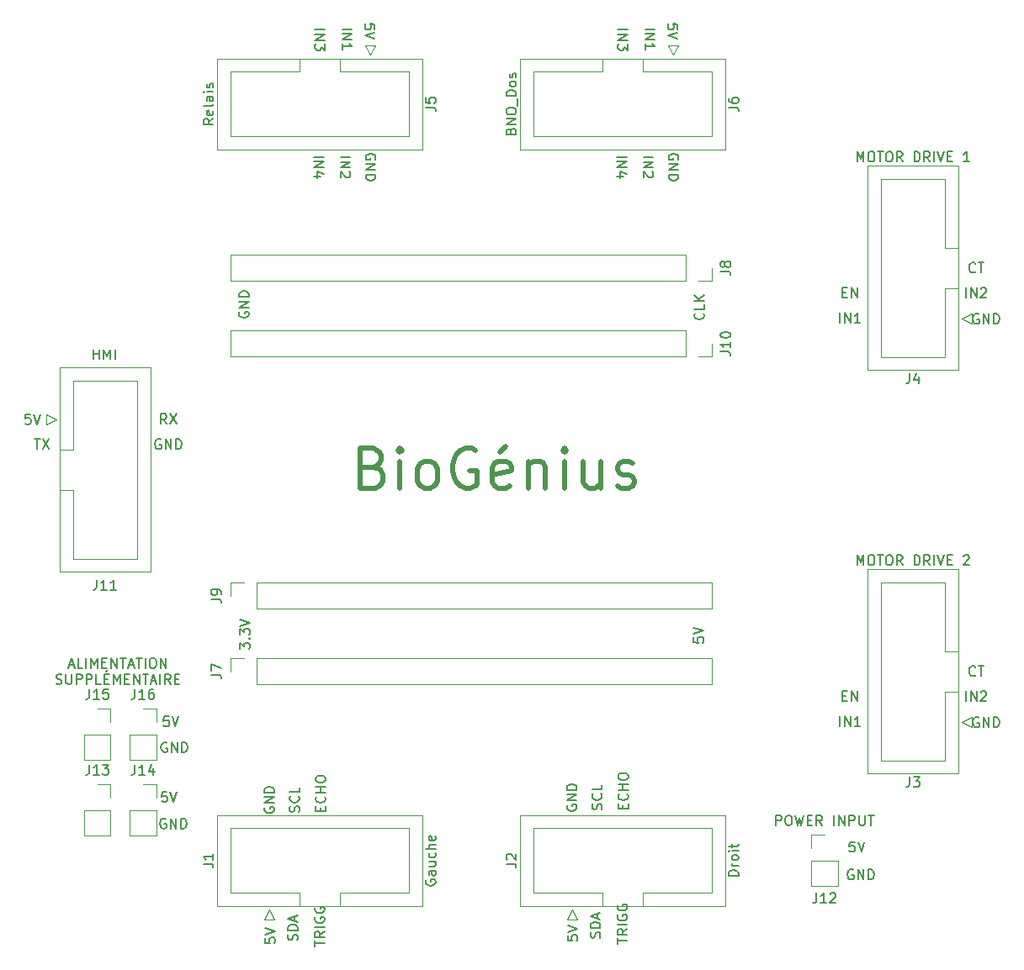
<source format=gbr>
%TF.GenerationSoftware,KiCad,Pcbnew,7.0.1*%
%TF.CreationDate,2023-04-12T13:59:21-04:00*%
%TF.ProjectId,PCB_BioGenius,5043425f-4269-46f4-9765-6e6975732e6b,rev?*%
%TF.SameCoordinates,Original*%
%TF.FileFunction,Legend,Top*%
%TF.FilePolarity,Positive*%
%FSLAX46Y46*%
G04 Gerber Fmt 4.6, Leading zero omitted, Abs format (unit mm)*
G04 Created by KiCad (PCBNEW 7.0.1) date 2023-04-12 13:59:21*
%MOMM*%
%LPD*%
G01*
G04 APERTURE LIST*
%ADD10C,0.150000*%
%ADD11C,0.500000*%
%ADD12C,0.120000*%
G04 APERTURE END LIST*
D10*
X103727560Y-142518262D02*
X103727560Y-141899215D01*
X103727560Y-141899215D02*
X104108512Y-142232548D01*
X104108512Y-142232548D02*
X104108512Y-142089691D01*
X104108512Y-142089691D02*
X104156131Y-141994453D01*
X104156131Y-141994453D02*
X104203750Y-141946834D01*
X104203750Y-141946834D02*
X104298988Y-141899215D01*
X104298988Y-141899215D02*
X104537083Y-141899215D01*
X104537083Y-141899215D02*
X104632321Y-141946834D01*
X104632321Y-141946834D02*
X104679941Y-141994453D01*
X104679941Y-141994453D02*
X104727560Y-142089691D01*
X104727560Y-142089691D02*
X104727560Y-142375405D01*
X104727560Y-142375405D02*
X104679941Y-142470643D01*
X104679941Y-142470643D02*
X104632321Y-142518262D01*
X104632321Y-141470643D02*
X104679941Y-141423024D01*
X104679941Y-141423024D02*
X104727560Y-141470643D01*
X104727560Y-141470643D02*
X104679941Y-141518262D01*
X104679941Y-141518262D02*
X104632321Y-141470643D01*
X104632321Y-141470643D02*
X104727560Y-141470643D01*
X103727560Y-141089691D02*
X103727560Y-140470644D01*
X103727560Y-140470644D02*
X104108512Y-140803977D01*
X104108512Y-140803977D02*
X104108512Y-140661120D01*
X104108512Y-140661120D02*
X104156131Y-140565882D01*
X104156131Y-140565882D02*
X104203750Y-140518263D01*
X104203750Y-140518263D02*
X104298988Y-140470644D01*
X104298988Y-140470644D02*
X104537083Y-140470644D01*
X104537083Y-140470644D02*
X104632321Y-140518263D01*
X104632321Y-140518263D02*
X104679941Y-140565882D01*
X104679941Y-140565882D02*
X104727560Y-140661120D01*
X104727560Y-140661120D02*
X104727560Y-140946834D01*
X104727560Y-140946834D02*
X104679941Y-141042072D01*
X104679941Y-141042072D02*
X104632321Y-141089691D01*
X103727560Y-140184929D02*
X104727560Y-139851596D01*
X104727560Y-139851596D02*
X103727560Y-139518263D01*
X149377070Y-141357490D02*
X149377070Y-141833680D01*
X149377070Y-141833680D02*
X149853260Y-141881299D01*
X149853260Y-141881299D02*
X149805641Y-141833680D01*
X149805641Y-141833680D02*
X149758022Y-141738442D01*
X149758022Y-141738442D02*
X149758022Y-141500347D01*
X149758022Y-141500347D02*
X149805641Y-141405109D01*
X149805641Y-141405109D02*
X149853260Y-141357490D01*
X149853260Y-141357490D02*
X149948498Y-141309871D01*
X149948498Y-141309871D02*
X150186593Y-141309871D01*
X150186593Y-141309871D02*
X150281831Y-141357490D01*
X150281831Y-141357490D02*
X150329451Y-141405109D01*
X150329451Y-141405109D02*
X150377070Y-141500347D01*
X150377070Y-141500347D02*
X150377070Y-141738442D01*
X150377070Y-141738442D02*
X150329451Y-141833680D01*
X150329451Y-141833680D02*
X150281831Y-141881299D01*
X149377070Y-141024156D02*
X150377070Y-140690823D01*
X150377070Y-140690823D02*
X149377070Y-140357490D01*
X117329761Y-93218095D02*
X117377380Y-93122857D01*
X117377380Y-93122857D02*
X117377380Y-92980000D01*
X117377380Y-92980000D02*
X117329761Y-92837143D01*
X117329761Y-92837143D02*
X117234523Y-92741905D01*
X117234523Y-92741905D02*
X117139285Y-92694286D01*
X117139285Y-92694286D02*
X116948809Y-92646667D01*
X116948809Y-92646667D02*
X116805952Y-92646667D01*
X116805952Y-92646667D02*
X116615476Y-92694286D01*
X116615476Y-92694286D02*
X116520238Y-92741905D01*
X116520238Y-92741905D02*
X116425000Y-92837143D01*
X116425000Y-92837143D02*
X116377380Y-92980000D01*
X116377380Y-92980000D02*
X116377380Y-93075238D01*
X116377380Y-93075238D02*
X116425000Y-93218095D01*
X116425000Y-93218095D02*
X116472619Y-93265714D01*
X116472619Y-93265714D02*
X116805952Y-93265714D01*
X116805952Y-93265714D02*
X116805952Y-93075238D01*
X116377380Y-93694286D02*
X117377380Y-93694286D01*
X117377380Y-93694286D02*
X116377380Y-94265714D01*
X116377380Y-94265714D02*
X117377380Y-94265714D01*
X116377380Y-94741905D02*
X117377380Y-94741905D01*
X117377380Y-94741905D02*
X117377380Y-94980000D01*
X117377380Y-94980000D02*
X117329761Y-95122857D01*
X117329761Y-95122857D02*
X117234523Y-95218095D01*
X117234523Y-95218095D02*
X117139285Y-95265714D01*
X117139285Y-95265714D02*
X116948809Y-95313333D01*
X116948809Y-95313333D02*
X116805952Y-95313333D01*
X116805952Y-95313333D02*
X116615476Y-95265714D01*
X116615476Y-95265714D02*
X116520238Y-95218095D01*
X116520238Y-95218095D02*
X116425000Y-95122857D01*
X116425000Y-95122857D02*
X116377380Y-94980000D01*
X116377380Y-94980000D02*
X116377380Y-94741905D01*
X178054517Y-149442839D02*
X177959279Y-149395220D01*
X177959279Y-149395220D02*
X177816422Y-149395220D01*
X177816422Y-149395220D02*
X177673565Y-149442839D01*
X177673565Y-149442839D02*
X177578327Y-149538077D01*
X177578327Y-149538077D02*
X177530708Y-149633315D01*
X177530708Y-149633315D02*
X177483089Y-149823791D01*
X177483089Y-149823791D02*
X177483089Y-149966648D01*
X177483089Y-149966648D02*
X177530708Y-150157124D01*
X177530708Y-150157124D02*
X177578327Y-150252362D01*
X177578327Y-150252362D02*
X177673565Y-150347601D01*
X177673565Y-150347601D02*
X177816422Y-150395220D01*
X177816422Y-150395220D02*
X177911660Y-150395220D01*
X177911660Y-150395220D02*
X178054517Y-150347601D01*
X178054517Y-150347601D02*
X178102136Y-150299981D01*
X178102136Y-150299981D02*
X178102136Y-149966648D01*
X178102136Y-149966648D02*
X177911660Y-149966648D01*
X178530708Y-150395220D02*
X178530708Y-149395220D01*
X178530708Y-149395220D02*
X179102136Y-150395220D01*
X179102136Y-150395220D02*
X179102136Y-149395220D01*
X179578327Y-150395220D02*
X179578327Y-149395220D01*
X179578327Y-149395220D02*
X179816422Y-149395220D01*
X179816422Y-149395220D02*
X179959279Y-149442839D01*
X179959279Y-149442839D02*
X180054517Y-149538077D01*
X180054517Y-149538077D02*
X180102136Y-149633315D01*
X180102136Y-149633315D02*
X180149755Y-149823791D01*
X180149755Y-149823791D02*
X180149755Y-149966648D01*
X180149755Y-149966648D02*
X180102136Y-150157124D01*
X180102136Y-150157124D02*
X180054517Y-150252362D01*
X180054517Y-150252362D02*
X179959279Y-150347601D01*
X179959279Y-150347601D02*
X179816422Y-150395220D01*
X179816422Y-150395220D02*
X179578327Y-150395220D01*
X106261651Y-171630872D02*
X106261651Y-172107062D01*
X106261651Y-172107062D02*
X106737841Y-172154681D01*
X106737841Y-172154681D02*
X106690222Y-172107062D01*
X106690222Y-172107062D02*
X106642603Y-172011824D01*
X106642603Y-172011824D02*
X106642603Y-171773729D01*
X106642603Y-171773729D02*
X106690222Y-171678491D01*
X106690222Y-171678491D02*
X106737841Y-171630872D01*
X106737841Y-171630872D02*
X106833079Y-171583253D01*
X106833079Y-171583253D02*
X107071174Y-171583253D01*
X107071174Y-171583253D02*
X107166412Y-171630872D01*
X107166412Y-171630872D02*
X107214032Y-171678491D01*
X107214032Y-171678491D02*
X107261651Y-171773729D01*
X107261651Y-171773729D02*
X107261651Y-172011824D01*
X107261651Y-172011824D02*
X107214032Y-172107062D01*
X107214032Y-172107062D02*
X107166412Y-172154681D01*
X106261651Y-171297538D02*
X107261651Y-170964205D01*
X107261651Y-170964205D02*
X106261651Y-170630872D01*
X103674438Y-108579328D02*
X103626819Y-108674566D01*
X103626819Y-108674566D02*
X103626819Y-108817423D01*
X103626819Y-108817423D02*
X103674438Y-108960280D01*
X103674438Y-108960280D02*
X103769676Y-109055518D01*
X103769676Y-109055518D02*
X103864914Y-109103137D01*
X103864914Y-109103137D02*
X104055390Y-109150756D01*
X104055390Y-109150756D02*
X104198247Y-109150756D01*
X104198247Y-109150756D02*
X104388723Y-109103137D01*
X104388723Y-109103137D02*
X104483961Y-109055518D01*
X104483961Y-109055518D02*
X104579200Y-108960280D01*
X104579200Y-108960280D02*
X104626819Y-108817423D01*
X104626819Y-108817423D02*
X104626819Y-108722185D01*
X104626819Y-108722185D02*
X104579200Y-108579328D01*
X104579200Y-108579328D02*
X104531580Y-108531709D01*
X104531580Y-108531709D02*
X104198247Y-108531709D01*
X104198247Y-108531709D02*
X104198247Y-108722185D01*
X104626819Y-108103137D02*
X103626819Y-108103137D01*
X103626819Y-108103137D02*
X104626819Y-107531709D01*
X104626819Y-107531709D02*
X103626819Y-107531709D01*
X104626819Y-107055518D02*
X103626819Y-107055518D01*
X103626819Y-107055518D02*
X103626819Y-106817423D01*
X103626819Y-106817423D02*
X103674438Y-106674566D01*
X103674438Y-106674566D02*
X103769676Y-106579328D01*
X103769676Y-106579328D02*
X103864914Y-106531709D01*
X103864914Y-106531709D02*
X104055390Y-106484090D01*
X104055390Y-106484090D02*
X104198247Y-106484090D01*
X104198247Y-106484090D02*
X104388723Y-106531709D01*
X104388723Y-106531709D02*
X104483961Y-106579328D01*
X104483961Y-106579328D02*
X104579200Y-106674566D01*
X104579200Y-106674566D02*
X104626819Y-106817423D01*
X104626819Y-106817423D02*
X104626819Y-107055518D01*
D11*
X117159047Y-124215238D02*
X117730475Y-124405714D01*
X117730475Y-124405714D02*
X117920952Y-124596190D01*
X117920952Y-124596190D02*
X118111428Y-124977142D01*
X118111428Y-124977142D02*
X118111428Y-125548571D01*
X118111428Y-125548571D02*
X117920952Y-125929523D01*
X117920952Y-125929523D02*
X117730475Y-126120000D01*
X117730475Y-126120000D02*
X117349523Y-126310476D01*
X117349523Y-126310476D02*
X115825713Y-126310476D01*
X115825713Y-126310476D02*
X115825713Y-122310476D01*
X115825713Y-122310476D02*
X117159047Y-122310476D01*
X117159047Y-122310476D02*
X117539999Y-122500952D01*
X117539999Y-122500952D02*
X117730475Y-122691428D01*
X117730475Y-122691428D02*
X117920952Y-123072380D01*
X117920952Y-123072380D02*
X117920952Y-123453333D01*
X117920952Y-123453333D02*
X117730475Y-123834285D01*
X117730475Y-123834285D02*
X117539999Y-124024761D01*
X117539999Y-124024761D02*
X117159047Y-124215238D01*
X117159047Y-124215238D02*
X115825713Y-124215238D01*
X119825713Y-126310476D02*
X119825713Y-123643809D01*
X119825713Y-122310476D02*
X119635237Y-122500952D01*
X119635237Y-122500952D02*
X119825713Y-122691428D01*
X119825713Y-122691428D02*
X120016190Y-122500952D01*
X120016190Y-122500952D02*
X119825713Y-122310476D01*
X119825713Y-122310476D02*
X119825713Y-122691428D01*
X122301904Y-126310476D02*
X121920952Y-126120000D01*
X121920952Y-126120000D02*
X121730475Y-125929523D01*
X121730475Y-125929523D02*
X121539999Y-125548571D01*
X121539999Y-125548571D02*
X121539999Y-124405714D01*
X121539999Y-124405714D02*
X121730475Y-124024761D01*
X121730475Y-124024761D02*
X121920952Y-123834285D01*
X121920952Y-123834285D02*
X122301904Y-123643809D01*
X122301904Y-123643809D02*
X122873333Y-123643809D01*
X122873333Y-123643809D02*
X123254285Y-123834285D01*
X123254285Y-123834285D02*
X123444761Y-124024761D01*
X123444761Y-124024761D02*
X123635237Y-124405714D01*
X123635237Y-124405714D02*
X123635237Y-125548571D01*
X123635237Y-125548571D02*
X123444761Y-125929523D01*
X123444761Y-125929523D02*
X123254285Y-126120000D01*
X123254285Y-126120000D02*
X122873333Y-126310476D01*
X122873333Y-126310476D02*
X122301904Y-126310476D01*
X127444762Y-122500952D02*
X127063809Y-122310476D01*
X127063809Y-122310476D02*
X126492381Y-122310476D01*
X126492381Y-122310476D02*
X125920952Y-122500952D01*
X125920952Y-122500952D02*
X125540000Y-122881904D01*
X125540000Y-122881904D02*
X125349523Y-123262857D01*
X125349523Y-123262857D02*
X125159047Y-124024761D01*
X125159047Y-124024761D02*
X125159047Y-124596190D01*
X125159047Y-124596190D02*
X125349523Y-125358095D01*
X125349523Y-125358095D02*
X125540000Y-125739047D01*
X125540000Y-125739047D02*
X125920952Y-126120000D01*
X125920952Y-126120000D02*
X126492381Y-126310476D01*
X126492381Y-126310476D02*
X126873333Y-126310476D01*
X126873333Y-126310476D02*
X127444762Y-126120000D01*
X127444762Y-126120000D02*
X127635238Y-125929523D01*
X127635238Y-125929523D02*
X127635238Y-124596190D01*
X127635238Y-124596190D02*
X126873333Y-124596190D01*
X130873333Y-126120000D02*
X130492381Y-126310476D01*
X130492381Y-126310476D02*
X129730476Y-126310476D01*
X129730476Y-126310476D02*
X129349523Y-126120000D01*
X129349523Y-126120000D02*
X129159047Y-125739047D01*
X129159047Y-125739047D02*
X129159047Y-124215238D01*
X129159047Y-124215238D02*
X129349523Y-123834285D01*
X129349523Y-123834285D02*
X129730476Y-123643809D01*
X129730476Y-123643809D02*
X130492381Y-123643809D01*
X130492381Y-123643809D02*
X130873333Y-123834285D01*
X130873333Y-123834285D02*
X131063809Y-124215238D01*
X131063809Y-124215238D02*
X131063809Y-124596190D01*
X131063809Y-124596190D02*
X129159047Y-124977142D01*
X130492381Y-122120000D02*
X129920952Y-122691428D01*
X132778094Y-123643809D02*
X132778094Y-126310476D01*
X132778094Y-124024761D02*
X132968571Y-123834285D01*
X132968571Y-123834285D02*
X133349523Y-123643809D01*
X133349523Y-123643809D02*
X133920952Y-123643809D01*
X133920952Y-123643809D02*
X134301904Y-123834285D01*
X134301904Y-123834285D02*
X134492380Y-124215238D01*
X134492380Y-124215238D02*
X134492380Y-126310476D01*
X136397142Y-126310476D02*
X136397142Y-123643809D01*
X136397142Y-122310476D02*
X136206666Y-122500952D01*
X136206666Y-122500952D02*
X136397142Y-122691428D01*
X136397142Y-122691428D02*
X136587619Y-122500952D01*
X136587619Y-122500952D02*
X136397142Y-122310476D01*
X136397142Y-122310476D02*
X136397142Y-122691428D01*
X140016190Y-123643809D02*
X140016190Y-126310476D01*
X138301904Y-123643809D02*
X138301904Y-125739047D01*
X138301904Y-125739047D02*
X138492381Y-126120000D01*
X138492381Y-126120000D02*
X138873333Y-126310476D01*
X138873333Y-126310476D02*
X139444762Y-126310476D01*
X139444762Y-126310476D02*
X139825714Y-126120000D01*
X139825714Y-126120000D02*
X140016190Y-125929523D01*
X141730476Y-126120000D02*
X142111429Y-126310476D01*
X142111429Y-126310476D02*
X142873333Y-126310476D01*
X142873333Y-126310476D02*
X143254286Y-126120000D01*
X143254286Y-126120000D02*
X143444762Y-125739047D01*
X143444762Y-125739047D02*
X143444762Y-125548571D01*
X143444762Y-125548571D02*
X143254286Y-125167619D01*
X143254286Y-125167619D02*
X142873333Y-124977142D01*
X142873333Y-124977142D02*
X142301905Y-124977142D01*
X142301905Y-124977142D02*
X141920952Y-124786666D01*
X141920952Y-124786666D02*
X141730476Y-124405714D01*
X141730476Y-124405714D02*
X141730476Y-124215238D01*
X141730476Y-124215238D02*
X141920952Y-123834285D01*
X141920952Y-123834285D02*
X142301905Y-123643809D01*
X142301905Y-123643809D02*
X142873333Y-123643809D01*
X142873333Y-123643809D02*
X143254286Y-123834285D01*
D10*
X83058095Y-121382619D02*
X83629523Y-121382619D01*
X83343809Y-122382619D02*
X83343809Y-121382619D01*
X83867619Y-121382619D02*
X84534285Y-122382619D01*
X84534285Y-121382619D02*
X83867619Y-122382619D01*
X109672356Y-158920357D02*
X109719975Y-158777500D01*
X109719975Y-158777500D02*
X109719975Y-158539405D01*
X109719975Y-158539405D02*
X109672356Y-158444167D01*
X109672356Y-158444167D02*
X109624736Y-158396548D01*
X109624736Y-158396548D02*
X109529498Y-158348929D01*
X109529498Y-158348929D02*
X109434260Y-158348929D01*
X109434260Y-158348929D02*
X109339022Y-158396548D01*
X109339022Y-158396548D02*
X109291403Y-158444167D01*
X109291403Y-158444167D02*
X109243784Y-158539405D01*
X109243784Y-158539405D02*
X109196165Y-158729881D01*
X109196165Y-158729881D02*
X109148546Y-158825119D01*
X109148546Y-158825119D02*
X109100927Y-158872738D01*
X109100927Y-158872738D02*
X109005689Y-158920357D01*
X109005689Y-158920357D02*
X108910451Y-158920357D01*
X108910451Y-158920357D02*
X108815213Y-158872738D01*
X108815213Y-158872738D02*
X108767594Y-158825119D01*
X108767594Y-158825119D02*
X108719975Y-158729881D01*
X108719975Y-158729881D02*
X108719975Y-158491786D01*
X108719975Y-158491786D02*
X108767594Y-158348929D01*
X109624736Y-157348929D02*
X109672356Y-157396548D01*
X109672356Y-157396548D02*
X109719975Y-157539405D01*
X109719975Y-157539405D02*
X109719975Y-157634643D01*
X109719975Y-157634643D02*
X109672356Y-157777500D01*
X109672356Y-157777500D02*
X109577117Y-157872738D01*
X109577117Y-157872738D02*
X109481879Y-157920357D01*
X109481879Y-157920357D02*
X109291403Y-157967976D01*
X109291403Y-157967976D02*
X109148546Y-157967976D01*
X109148546Y-157967976D02*
X108958070Y-157920357D01*
X108958070Y-157920357D02*
X108862832Y-157872738D01*
X108862832Y-157872738D02*
X108767594Y-157777500D01*
X108767594Y-157777500D02*
X108719975Y-157634643D01*
X108719975Y-157634643D02*
X108719975Y-157539405D01*
X108719975Y-157539405D02*
X108767594Y-157396548D01*
X108767594Y-157396548D02*
X108815213Y-157348929D01*
X109719975Y-156444167D02*
X109719975Y-156920357D01*
X109719975Y-156920357D02*
X108719975Y-156920357D01*
X157657561Y-160280306D02*
X157657561Y-159280306D01*
X157657561Y-159280306D02*
X158038513Y-159280306D01*
X158038513Y-159280306D02*
X158133751Y-159327925D01*
X158133751Y-159327925D02*
X158181370Y-159375544D01*
X158181370Y-159375544D02*
X158228989Y-159470782D01*
X158228989Y-159470782D02*
X158228989Y-159613639D01*
X158228989Y-159613639D02*
X158181370Y-159708877D01*
X158181370Y-159708877D02*
X158133751Y-159756496D01*
X158133751Y-159756496D02*
X158038513Y-159804115D01*
X158038513Y-159804115D02*
X157657561Y-159804115D01*
X158848037Y-159280306D02*
X159038513Y-159280306D01*
X159038513Y-159280306D02*
X159133751Y-159327925D01*
X159133751Y-159327925D02*
X159228989Y-159423163D01*
X159228989Y-159423163D02*
X159276608Y-159613639D01*
X159276608Y-159613639D02*
X159276608Y-159946972D01*
X159276608Y-159946972D02*
X159228989Y-160137448D01*
X159228989Y-160137448D02*
X159133751Y-160232687D01*
X159133751Y-160232687D02*
X159038513Y-160280306D01*
X159038513Y-160280306D02*
X158848037Y-160280306D01*
X158848037Y-160280306D02*
X158752799Y-160232687D01*
X158752799Y-160232687D02*
X158657561Y-160137448D01*
X158657561Y-160137448D02*
X158609942Y-159946972D01*
X158609942Y-159946972D02*
X158609942Y-159613639D01*
X158609942Y-159613639D02*
X158657561Y-159423163D01*
X158657561Y-159423163D02*
X158752799Y-159327925D01*
X158752799Y-159327925D02*
X158848037Y-159280306D01*
X159609942Y-159280306D02*
X159848037Y-160280306D01*
X159848037Y-160280306D02*
X160038513Y-159566020D01*
X160038513Y-159566020D02*
X160228989Y-160280306D01*
X160228989Y-160280306D02*
X160467085Y-159280306D01*
X160848037Y-159756496D02*
X161181370Y-159756496D01*
X161324227Y-160280306D02*
X160848037Y-160280306D01*
X160848037Y-160280306D02*
X160848037Y-159280306D01*
X160848037Y-159280306D02*
X161324227Y-159280306D01*
X162324227Y-160280306D02*
X161990894Y-159804115D01*
X161752799Y-160280306D02*
X161752799Y-159280306D01*
X161752799Y-159280306D02*
X162133751Y-159280306D01*
X162133751Y-159280306D02*
X162228989Y-159327925D01*
X162228989Y-159327925D02*
X162276608Y-159375544D01*
X162276608Y-159375544D02*
X162324227Y-159470782D01*
X162324227Y-159470782D02*
X162324227Y-159613639D01*
X162324227Y-159613639D02*
X162276608Y-159708877D01*
X162276608Y-159708877D02*
X162228989Y-159756496D01*
X162228989Y-159756496D02*
X162133751Y-159804115D01*
X162133751Y-159804115D02*
X161752799Y-159804115D01*
X163514704Y-160280306D02*
X163514704Y-159280306D01*
X163990894Y-160280306D02*
X163990894Y-159280306D01*
X163990894Y-159280306D02*
X164562322Y-160280306D01*
X164562322Y-160280306D02*
X164562322Y-159280306D01*
X165038513Y-160280306D02*
X165038513Y-159280306D01*
X165038513Y-159280306D02*
X165419465Y-159280306D01*
X165419465Y-159280306D02*
X165514703Y-159327925D01*
X165514703Y-159327925D02*
X165562322Y-159375544D01*
X165562322Y-159375544D02*
X165609941Y-159470782D01*
X165609941Y-159470782D02*
X165609941Y-159613639D01*
X165609941Y-159613639D02*
X165562322Y-159708877D01*
X165562322Y-159708877D02*
X165514703Y-159756496D01*
X165514703Y-159756496D02*
X165419465Y-159804115D01*
X165419465Y-159804115D02*
X165038513Y-159804115D01*
X166038513Y-159280306D02*
X166038513Y-160089829D01*
X166038513Y-160089829D02*
X166086132Y-160185067D01*
X166086132Y-160185067D02*
X166133751Y-160232687D01*
X166133751Y-160232687D02*
X166228989Y-160280306D01*
X166228989Y-160280306D02*
X166419465Y-160280306D01*
X166419465Y-160280306D02*
X166514703Y-160232687D01*
X166514703Y-160232687D02*
X166562322Y-160185067D01*
X166562322Y-160185067D02*
X166609941Y-160089829D01*
X166609941Y-160089829D02*
X166609941Y-159280306D01*
X166943275Y-159280306D02*
X167514703Y-159280306D01*
X167228989Y-160280306D02*
X167228989Y-159280306D01*
X178054517Y-108802839D02*
X177959279Y-108755220D01*
X177959279Y-108755220D02*
X177816422Y-108755220D01*
X177816422Y-108755220D02*
X177673565Y-108802839D01*
X177673565Y-108802839D02*
X177578327Y-108898077D01*
X177578327Y-108898077D02*
X177530708Y-108993315D01*
X177530708Y-108993315D02*
X177483089Y-109183791D01*
X177483089Y-109183791D02*
X177483089Y-109326648D01*
X177483089Y-109326648D02*
X177530708Y-109517124D01*
X177530708Y-109517124D02*
X177578327Y-109612362D01*
X177578327Y-109612362D02*
X177673565Y-109707601D01*
X177673565Y-109707601D02*
X177816422Y-109755220D01*
X177816422Y-109755220D02*
X177911660Y-109755220D01*
X177911660Y-109755220D02*
X178054517Y-109707601D01*
X178054517Y-109707601D02*
X178102136Y-109659981D01*
X178102136Y-109659981D02*
X178102136Y-109326648D01*
X178102136Y-109326648D02*
X177911660Y-109326648D01*
X178530708Y-109755220D02*
X178530708Y-108755220D01*
X178530708Y-108755220D02*
X179102136Y-109755220D01*
X179102136Y-109755220D02*
X179102136Y-108755220D01*
X179578327Y-109755220D02*
X179578327Y-108755220D01*
X179578327Y-108755220D02*
X179816422Y-108755220D01*
X179816422Y-108755220D02*
X179959279Y-108802839D01*
X179959279Y-108802839D02*
X180054517Y-108898077D01*
X180054517Y-108898077D02*
X180102136Y-108993315D01*
X180102136Y-108993315D02*
X180149755Y-109183791D01*
X180149755Y-109183791D02*
X180149755Y-109326648D01*
X180149755Y-109326648D02*
X180102136Y-109517124D01*
X180102136Y-109517124D02*
X180054517Y-109612362D01*
X180054517Y-109612362D02*
X179959279Y-109707601D01*
X179959279Y-109707601D02*
X179816422Y-109755220D01*
X179816422Y-109755220D02*
X179578327Y-109755220D01*
X164100000Y-109682619D02*
X164100000Y-108682619D01*
X164576190Y-109682619D02*
X164576190Y-108682619D01*
X164576190Y-108682619D02*
X165147618Y-109682619D01*
X165147618Y-109682619D02*
X165147618Y-108682619D01*
X166147618Y-109682619D02*
X165576190Y-109682619D01*
X165861904Y-109682619D02*
X165861904Y-108682619D01*
X165861904Y-108682619D02*
X165766666Y-108825476D01*
X165766666Y-108825476D02*
X165671428Y-108920714D01*
X165671428Y-108920714D02*
X165576190Y-108968333D01*
X177728571Y-145147380D02*
X177680952Y-145195000D01*
X177680952Y-145195000D02*
X177538095Y-145242619D01*
X177538095Y-145242619D02*
X177442857Y-145242619D01*
X177442857Y-145242619D02*
X177300000Y-145195000D01*
X177300000Y-145195000D02*
X177204762Y-145099761D01*
X177204762Y-145099761D02*
X177157143Y-145004523D01*
X177157143Y-145004523D02*
X177109524Y-144814047D01*
X177109524Y-144814047D02*
X177109524Y-144671190D01*
X177109524Y-144671190D02*
X177157143Y-144480714D01*
X177157143Y-144480714D02*
X177204762Y-144385476D01*
X177204762Y-144385476D02*
X177300000Y-144290238D01*
X177300000Y-144290238D02*
X177442857Y-144242619D01*
X177442857Y-144242619D02*
X177538095Y-144242619D01*
X177538095Y-144242619D02*
X177680952Y-144290238D01*
X177680952Y-144290238D02*
X177728571Y-144337857D01*
X178014286Y-144242619D02*
X178585714Y-144242619D01*
X178300000Y-145242619D02*
X178300000Y-144242619D01*
X147775704Y-80079009D02*
X147775704Y-79602819D01*
X147775704Y-79602819D02*
X147299514Y-79555200D01*
X147299514Y-79555200D02*
X147347133Y-79602819D01*
X147347133Y-79602819D02*
X147394752Y-79698057D01*
X147394752Y-79698057D02*
X147394752Y-79936152D01*
X147394752Y-79936152D02*
X147347133Y-80031390D01*
X147347133Y-80031390D02*
X147299514Y-80079009D01*
X147299514Y-80079009D02*
X147204276Y-80126628D01*
X147204276Y-80126628D02*
X146966181Y-80126628D01*
X146966181Y-80126628D02*
X146870943Y-80079009D01*
X146870943Y-80079009D02*
X146823324Y-80031390D01*
X146823324Y-80031390D02*
X146775704Y-79936152D01*
X146775704Y-79936152D02*
X146775704Y-79698057D01*
X146775704Y-79698057D02*
X146823324Y-79602819D01*
X146823324Y-79602819D02*
X146870943Y-79555200D01*
X147775704Y-80412343D02*
X146775704Y-80745676D01*
X146775704Y-80745676D02*
X147775704Y-81079009D01*
X113837380Y-92980000D02*
X114837380Y-92980000D01*
X113837380Y-93456190D02*
X114837380Y-93456190D01*
X114837380Y-93456190D02*
X113837380Y-94027618D01*
X113837380Y-94027618D02*
X114837380Y-94027618D01*
X114742142Y-94456190D02*
X114789761Y-94503809D01*
X114789761Y-94503809D02*
X114837380Y-94599047D01*
X114837380Y-94599047D02*
X114837380Y-94837142D01*
X114837380Y-94837142D02*
X114789761Y-94932380D01*
X114789761Y-94932380D02*
X114742142Y-94979999D01*
X114742142Y-94979999D02*
X114646904Y-95027618D01*
X114646904Y-95027618D02*
X114551666Y-95027618D01*
X114551666Y-95027618D02*
X114408809Y-94979999D01*
X114408809Y-94979999D02*
X113837380Y-94408571D01*
X113837380Y-94408571D02*
X113837380Y-95027618D01*
X96371074Y-151972140D02*
X96275836Y-151924521D01*
X96275836Y-151924521D02*
X96132979Y-151924521D01*
X96132979Y-151924521D02*
X95990122Y-151972140D01*
X95990122Y-151972140D02*
X95894884Y-152067378D01*
X95894884Y-152067378D02*
X95847265Y-152162616D01*
X95847265Y-152162616D02*
X95799646Y-152353092D01*
X95799646Y-152353092D02*
X95799646Y-152495949D01*
X95799646Y-152495949D02*
X95847265Y-152686425D01*
X95847265Y-152686425D02*
X95894884Y-152781663D01*
X95894884Y-152781663D02*
X95990122Y-152876902D01*
X95990122Y-152876902D02*
X96132979Y-152924521D01*
X96132979Y-152924521D02*
X96228217Y-152924521D01*
X96228217Y-152924521D02*
X96371074Y-152876902D01*
X96371074Y-152876902D02*
X96418693Y-152829282D01*
X96418693Y-152829282D02*
X96418693Y-152495949D01*
X96418693Y-152495949D02*
X96228217Y-152495949D01*
X96847265Y-152924521D02*
X96847265Y-151924521D01*
X96847265Y-151924521D02*
X97418693Y-152924521D01*
X97418693Y-152924521D02*
X97418693Y-151924521D01*
X97894884Y-152924521D02*
X97894884Y-151924521D01*
X97894884Y-151924521D02*
X98132979Y-151924521D01*
X98132979Y-151924521D02*
X98275836Y-151972140D01*
X98275836Y-151972140D02*
X98371074Y-152067378D01*
X98371074Y-152067378D02*
X98418693Y-152162616D01*
X98418693Y-152162616D02*
X98466312Y-152353092D01*
X98466312Y-152353092D02*
X98466312Y-152495949D01*
X98466312Y-152495949D02*
X98418693Y-152686425D01*
X98418693Y-152686425D02*
X98371074Y-152781663D01*
X98371074Y-152781663D02*
X98275836Y-152876902D01*
X98275836Y-152876902D02*
X98132979Y-152924521D01*
X98132979Y-152924521D02*
X97894884Y-152924521D01*
X136670238Y-158241904D02*
X136622619Y-158337142D01*
X136622619Y-158337142D02*
X136622619Y-158479999D01*
X136622619Y-158479999D02*
X136670238Y-158622856D01*
X136670238Y-158622856D02*
X136765476Y-158718094D01*
X136765476Y-158718094D02*
X136860714Y-158765713D01*
X136860714Y-158765713D02*
X137051190Y-158813332D01*
X137051190Y-158813332D02*
X137194047Y-158813332D01*
X137194047Y-158813332D02*
X137384523Y-158765713D01*
X137384523Y-158765713D02*
X137479761Y-158718094D01*
X137479761Y-158718094D02*
X137575000Y-158622856D01*
X137575000Y-158622856D02*
X137622619Y-158479999D01*
X137622619Y-158479999D02*
X137622619Y-158384761D01*
X137622619Y-158384761D02*
X137575000Y-158241904D01*
X137575000Y-158241904D02*
X137527380Y-158194285D01*
X137527380Y-158194285D02*
X137194047Y-158194285D01*
X137194047Y-158194285D02*
X137194047Y-158384761D01*
X137622619Y-157765713D02*
X136622619Y-157765713D01*
X136622619Y-157765713D02*
X137622619Y-157194285D01*
X137622619Y-157194285D02*
X136622619Y-157194285D01*
X137622619Y-156718094D02*
X136622619Y-156718094D01*
X136622619Y-156718094D02*
X136622619Y-156479999D01*
X136622619Y-156479999D02*
X136670238Y-156337142D01*
X136670238Y-156337142D02*
X136765476Y-156241904D01*
X136765476Y-156241904D02*
X136860714Y-156194285D01*
X136860714Y-156194285D02*
X137051190Y-156146666D01*
X137051190Y-156146666D02*
X137194047Y-156146666D01*
X137194047Y-156146666D02*
X137384523Y-156194285D01*
X137384523Y-156194285D02*
X137479761Y-156241904D01*
X137479761Y-156241904D02*
X137575000Y-156337142D01*
X137575000Y-156337142D02*
X137622619Y-156479999D01*
X137622619Y-156479999D02*
X137622619Y-156718094D01*
X177728571Y-104507380D02*
X177680952Y-104555000D01*
X177680952Y-104555000D02*
X177538095Y-104602619D01*
X177538095Y-104602619D02*
X177442857Y-104602619D01*
X177442857Y-104602619D02*
X177300000Y-104555000D01*
X177300000Y-104555000D02*
X177204762Y-104459761D01*
X177204762Y-104459761D02*
X177157143Y-104364523D01*
X177157143Y-104364523D02*
X177109524Y-104174047D01*
X177109524Y-104174047D02*
X177109524Y-104031190D01*
X177109524Y-104031190D02*
X177157143Y-103840714D01*
X177157143Y-103840714D02*
X177204762Y-103745476D01*
X177204762Y-103745476D02*
X177300000Y-103650238D01*
X177300000Y-103650238D02*
X177442857Y-103602619D01*
X177442857Y-103602619D02*
X177538095Y-103602619D01*
X177538095Y-103602619D02*
X177680952Y-103650238D01*
X177680952Y-103650238D02*
X177728571Y-103697857D01*
X178014286Y-103602619D02*
X178585714Y-103602619D01*
X178300000Y-104602619D02*
X178300000Y-103602619D01*
X111158084Y-92971980D02*
X112158084Y-92971980D01*
X111158084Y-93448170D02*
X112158084Y-93448170D01*
X112158084Y-93448170D02*
X111158084Y-94019598D01*
X111158084Y-94019598D02*
X112158084Y-94019598D01*
X111824751Y-94924360D02*
X111158084Y-94924360D01*
X112205704Y-94686265D02*
X111491418Y-94448170D01*
X111491418Y-94448170D02*
X111491418Y-95067217D01*
X165439219Y-164780697D02*
X165343981Y-164733078D01*
X165343981Y-164733078D02*
X165201124Y-164733078D01*
X165201124Y-164733078D02*
X165058267Y-164780697D01*
X165058267Y-164780697D02*
X164963029Y-164875935D01*
X164963029Y-164875935D02*
X164915410Y-164971173D01*
X164915410Y-164971173D02*
X164867791Y-165161649D01*
X164867791Y-165161649D02*
X164867791Y-165304506D01*
X164867791Y-165304506D02*
X164915410Y-165494982D01*
X164915410Y-165494982D02*
X164963029Y-165590220D01*
X164963029Y-165590220D02*
X165058267Y-165685459D01*
X165058267Y-165685459D02*
X165201124Y-165733078D01*
X165201124Y-165733078D02*
X165296362Y-165733078D01*
X165296362Y-165733078D02*
X165439219Y-165685459D01*
X165439219Y-165685459D02*
X165486838Y-165637839D01*
X165486838Y-165637839D02*
X165486838Y-165304506D01*
X165486838Y-165304506D02*
X165296362Y-165304506D01*
X165915410Y-165733078D02*
X165915410Y-164733078D01*
X165915410Y-164733078D02*
X166486838Y-165733078D01*
X166486838Y-165733078D02*
X166486838Y-164733078D01*
X166963029Y-165733078D02*
X166963029Y-164733078D01*
X166963029Y-164733078D02*
X167201124Y-164733078D01*
X167201124Y-164733078D02*
X167343981Y-164780697D01*
X167343981Y-164780697D02*
X167439219Y-164875935D01*
X167439219Y-164875935D02*
X167486838Y-164971173D01*
X167486838Y-164971173D02*
X167534457Y-165161649D01*
X167534457Y-165161649D02*
X167534457Y-165304506D01*
X167534457Y-165304506D02*
X167486838Y-165494982D01*
X167486838Y-165494982D02*
X167439219Y-165590220D01*
X167439219Y-165590220D02*
X167343981Y-165685459D01*
X167343981Y-165685459D02*
X167201124Y-165733078D01*
X167201124Y-165733078D02*
X166963029Y-165733078D01*
X176800000Y-107142619D02*
X176800000Y-106142619D01*
X177276190Y-107142619D02*
X177276190Y-106142619D01*
X177276190Y-106142619D02*
X177847618Y-107142619D01*
X177847618Y-107142619D02*
X177847618Y-106142619D01*
X178276190Y-106237857D02*
X178323809Y-106190238D01*
X178323809Y-106190238D02*
X178419047Y-106142619D01*
X178419047Y-106142619D02*
X178657142Y-106142619D01*
X178657142Y-106142619D02*
X178752380Y-106190238D01*
X178752380Y-106190238D02*
X178799999Y-106237857D01*
X178799999Y-106237857D02*
X178847618Y-106333095D01*
X178847618Y-106333095D02*
X178847618Y-106428333D01*
X178847618Y-106428333D02*
X178799999Y-106571190D01*
X178799999Y-106571190D02*
X178228571Y-107142619D01*
X178228571Y-107142619D02*
X178847618Y-107142619D01*
X164361905Y-106618809D02*
X164695238Y-106618809D01*
X164838095Y-107142619D02*
X164361905Y-107142619D01*
X164361905Y-107142619D02*
X164361905Y-106142619D01*
X164361905Y-106142619D02*
X164838095Y-106142619D01*
X165266667Y-107142619D02*
X165266667Y-106142619D01*
X165266667Y-106142619D02*
X165838095Y-107142619D01*
X165838095Y-107142619D02*
X165838095Y-106142619D01*
X142271672Y-158604528D02*
X142271672Y-158271195D01*
X142795482Y-158128338D02*
X142795482Y-158604528D01*
X142795482Y-158604528D02*
X141795482Y-158604528D01*
X141795482Y-158604528D02*
X141795482Y-158128338D01*
X142700243Y-157128338D02*
X142747863Y-157175957D01*
X142747863Y-157175957D02*
X142795482Y-157318814D01*
X142795482Y-157318814D02*
X142795482Y-157414052D01*
X142795482Y-157414052D02*
X142747863Y-157556909D01*
X142747863Y-157556909D02*
X142652624Y-157652147D01*
X142652624Y-157652147D02*
X142557386Y-157699766D01*
X142557386Y-157699766D02*
X142366910Y-157747385D01*
X142366910Y-157747385D02*
X142224053Y-157747385D01*
X142224053Y-157747385D02*
X142033577Y-157699766D01*
X142033577Y-157699766D02*
X141938339Y-157652147D01*
X141938339Y-157652147D02*
X141843101Y-157556909D01*
X141843101Y-157556909D02*
X141795482Y-157414052D01*
X141795482Y-157414052D02*
X141795482Y-157318814D01*
X141795482Y-157318814D02*
X141843101Y-157175957D01*
X141843101Y-157175957D02*
X141890720Y-157128338D01*
X142795482Y-156699766D02*
X141795482Y-156699766D01*
X142271672Y-156699766D02*
X142271672Y-156128338D01*
X142795482Y-156128338D02*
X141795482Y-156128338D01*
X141795482Y-155461671D02*
X141795482Y-155271195D01*
X141795482Y-155271195D02*
X141843101Y-155175957D01*
X141843101Y-155175957D02*
X141938339Y-155080719D01*
X141938339Y-155080719D02*
X142128815Y-155033100D01*
X142128815Y-155033100D02*
X142462148Y-155033100D01*
X142462148Y-155033100D02*
X142652624Y-155080719D01*
X142652624Y-155080719D02*
X142747863Y-155175957D01*
X142747863Y-155175957D02*
X142795482Y-155271195D01*
X142795482Y-155271195D02*
X142795482Y-155461671D01*
X142795482Y-155461671D02*
X142747863Y-155556909D01*
X142747863Y-155556909D02*
X142652624Y-155652147D01*
X142652624Y-155652147D02*
X142462148Y-155699766D01*
X142462148Y-155699766D02*
X142128815Y-155699766D01*
X142128815Y-155699766D02*
X141938339Y-155652147D01*
X141938339Y-155652147D02*
X141843101Y-155556909D01*
X141843101Y-155556909D02*
X141795482Y-155461671D01*
X111829028Y-158854410D02*
X111829028Y-158521077D01*
X112352838Y-158378220D02*
X112352838Y-158854410D01*
X112352838Y-158854410D02*
X111352838Y-158854410D01*
X111352838Y-158854410D02*
X111352838Y-158378220D01*
X112257599Y-157378220D02*
X112305219Y-157425839D01*
X112305219Y-157425839D02*
X112352838Y-157568696D01*
X112352838Y-157568696D02*
X112352838Y-157663934D01*
X112352838Y-157663934D02*
X112305219Y-157806791D01*
X112305219Y-157806791D02*
X112209980Y-157902029D01*
X112209980Y-157902029D02*
X112114742Y-157949648D01*
X112114742Y-157949648D02*
X111924266Y-157997267D01*
X111924266Y-157997267D02*
X111781409Y-157997267D01*
X111781409Y-157997267D02*
X111590933Y-157949648D01*
X111590933Y-157949648D02*
X111495695Y-157902029D01*
X111495695Y-157902029D02*
X111400457Y-157806791D01*
X111400457Y-157806791D02*
X111352838Y-157663934D01*
X111352838Y-157663934D02*
X111352838Y-157568696D01*
X111352838Y-157568696D02*
X111400457Y-157425839D01*
X111400457Y-157425839D02*
X111448076Y-157378220D01*
X112352838Y-156949648D02*
X111352838Y-156949648D01*
X111829028Y-156949648D02*
X111829028Y-156378220D01*
X112352838Y-156378220D02*
X111352838Y-156378220D01*
X111352838Y-155711553D02*
X111352838Y-155521077D01*
X111352838Y-155521077D02*
X111400457Y-155425839D01*
X111400457Y-155425839D02*
X111495695Y-155330601D01*
X111495695Y-155330601D02*
X111686171Y-155282982D01*
X111686171Y-155282982D02*
X112019504Y-155282982D01*
X112019504Y-155282982D02*
X112209980Y-155330601D01*
X112209980Y-155330601D02*
X112305219Y-155425839D01*
X112305219Y-155425839D02*
X112352838Y-155521077D01*
X112352838Y-155521077D02*
X112352838Y-155711553D01*
X112352838Y-155711553D02*
X112305219Y-155806791D01*
X112305219Y-155806791D02*
X112209980Y-155902029D01*
X112209980Y-155902029D02*
X112019504Y-155949648D01*
X112019504Y-155949648D02*
X111686171Y-155949648D01*
X111686171Y-155949648D02*
X111495695Y-155902029D01*
X111495695Y-155902029D02*
X111400457Y-155806791D01*
X111400457Y-155806791D02*
X111352838Y-155711553D01*
X164100000Y-150322619D02*
X164100000Y-149322619D01*
X164576190Y-150322619D02*
X164576190Y-149322619D01*
X164576190Y-149322619D02*
X165147618Y-150322619D01*
X165147618Y-150322619D02*
X165147618Y-149322619D01*
X166147618Y-150322619D02*
X165576190Y-150322619D01*
X165861904Y-150322619D02*
X165861904Y-149322619D01*
X165861904Y-149322619D02*
X165766666Y-149465476D01*
X165766666Y-149465476D02*
X165671428Y-149560714D01*
X165671428Y-149560714D02*
X165576190Y-149608333D01*
X96353333Y-119842619D02*
X96020000Y-119366428D01*
X95781905Y-119842619D02*
X95781905Y-118842619D01*
X95781905Y-118842619D02*
X96162857Y-118842619D01*
X96162857Y-118842619D02*
X96258095Y-118890238D01*
X96258095Y-118890238D02*
X96305714Y-118937857D01*
X96305714Y-118937857D02*
X96353333Y-119033095D01*
X96353333Y-119033095D02*
X96353333Y-119175952D01*
X96353333Y-119175952D02*
X96305714Y-119271190D01*
X96305714Y-119271190D02*
X96258095Y-119318809D01*
X96258095Y-119318809D02*
X96162857Y-119366428D01*
X96162857Y-119366428D02*
X95781905Y-119366428D01*
X96686667Y-118842619D02*
X97353333Y-119842619D01*
X97353333Y-118842619D02*
X96686667Y-119842619D01*
X147809761Y-93218095D02*
X147857380Y-93122857D01*
X147857380Y-93122857D02*
X147857380Y-92980000D01*
X147857380Y-92980000D02*
X147809761Y-92837143D01*
X147809761Y-92837143D02*
X147714523Y-92741905D01*
X147714523Y-92741905D02*
X147619285Y-92694286D01*
X147619285Y-92694286D02*
X147428809Y-92646667D01*
X147428809Y-92646667D02*
X147285952Y-92646667D01*
X147285952Y-92646667D02*
X147095476Y-92694286D01*
X147095476Y-92694286D02*
X147000238Y-92741905D01*
X147000238Y-92741905D02*
X146905000Y-92837143D01*
X146905000Y-92837143D02*
X146857380Y-92980000D01*
X146857380Y-92980000D02*
X146857380Y-93075238D01*
X146857380Y-93075238D02*
X146905000Y-93218095D01*
X146905000Y-93218095D02*
X146952619Y-93265714D01*
X146952619Y-93265714D02*
X147285952Y-93265714D01*
X147285952Y-93265714D02*
X147285952Y-93075238D01*
X146857380Y-93694286D02*
X147857380Y-93694286D01*
X147857380Y-93694286D02*
X146857380Y-94265714D01*
X146857380Y-94265714D02*
X147857380Y-94265714D01*
X146857380Y-94741905D02*
X147857380Y-94741905D01*
X147857380Y-94741905D02*
X147857380Y-94980000D01*
X147857380Y-94980000D02*
X147809761Y-95122857D01*
X147809761Y-95122857D02*
X147714523Y-95218095D01*
X147714523Y-95218095D02*
X147619285Y-95265714D01*
X147619285Y-95265714D02*
X147428809Y-95313333D01*
X147428809Y-95313333D02*
X147285952Y-95313333D01*
X147285952Y-95313333D02*
X147095476Y-95265714D01*
X147095476Y-95265714D02*
X147000238Y-95218095D01*
X147000238Y-95218095D02*
X146905000Y-95122857D01*
X146905000Y-95122857D02*
X146857380Y-94980000D01*
X146857380Y-94980000D02*
X146857380Y-94741905D01*
X117295704Y-80079009D02*
X117295704Y-79602819D01*
X117295704Y-79602819D02*
X116819514Y-79555200D01*
X116819514Y-79555200D02*
X116867133Y-79602819D01*
X116867133Y-79602819D02*
X116914752Y-79698057D01*
X116914752Y-79698057D02*
X116914752Y-79936152D01*
X116914752Y-79936152D02*
X116867133Y-80031390D01*
X116867133Y-80031390D02*
X116819514Y-80079009D01*
X116819514Y-80079009D02*
X116724276Y-80126628D01*
X116724276Y-80126628D02*
X116486181Y-80126628D01*
X116486181Y-80126628D02*
X116390943Y-80079009D01*
X116390943Y-80079009D02*
X116343324Y-80031390D01*
X116343324Y-80031390D02*
X116295704Y-79936152D01*
X116295704Y-79936152D02*
X116295704Y-79698057D01*
X116295704Y-79698057D02*
X116343324Y-79602819D01*
X116343324Y-79602819D02*
X116390943Y-79555200D01*
X117295704Y-80412343D02*
X116295704Y-80745676D01*
X116295704Y-80745676D02*
X117295704Y-81079009D01*
X141702619Y-172203808D02*
X141702619Y-171632380D01*
X142702619Y-171918094D02*
X141702619Y-171918094D01*
X142702619Y-170727618D02*
X142226428Y-171060951D01*
X142702619Y-171299046D02*
X141702619Y-171299046D01*
X141702619Y-171299046D02*
X141702619Y-170918094D01*
X141702619Y-170918094D02*
X141750238Y-170822856D01*
X141750238Y-170822856D02*
X141797857Y-170775237D01*
X141797857Y-170775237D02*
X141893095Y-170727618D01*
X141893095Y-170727618D02*
X142035952Y-170727618D01*
X142035952Y-170727618D02*
X142131190Y-170775237D01*
X142131190Y-170775237D02*
X142178809Y-170822856D01*
X142178809Y-170822856D02*
X142226428Y-170918094D01*
X142226428Y-170918094D02*
X142226428Y-171299046D01*
X142702619Y-170299046D02*
X141702619Y-170299046D01*
X141750238Y-169299047D02*
X141702619Y-169394285D01*
X141702619Y-169394285D02*
X141702619Y-169537142D01*
X141702619Y-169537142D02*
X141750238Y-169679999D01*
X141750238Y-169679999D02*
X141845476Y-169775237D01*
X141845476Y-169775237D02*
X141940714Y-169822856D01*
X141940714Y-169822856D02*
X142131190Y-169870475D01*
X142131190Y-169870475D02*
X142274047Y-169870475D01*
X142274047Y-169870475D02*
X142464523Y-169822856D01*
X142464523Y-169822856D02*
X142559761Y-169775237D01*
X142559761Y-169775237D02*
X142655000Y-169679999D01*
X142655000Y-169679999D02*
X142702619Y-169537142D01*
X142702619Y-169537142D02*
X142702619Y-169441904D01*
X142702619Y-169441904D02*
X142655000Y-169299047D01*
X142655000Y-169299047D02*
X142607380Y-169251428D01*
X142607380Y-169251428D02*
X142274047Y-169251428D01*
X142274047Y-169251428D02*
X142274047Y-169441904D01*
X141750238Y-168299047D02*
X141702619Y-168394285D01*
X141702619Y-168394285D02*
X141702619Y-168537142D01*
X141702619Y-168537142D02*
X141750238Y-168679999D01*
X141750238Y-168679999D02*
X141845476Y-168775237D01*
X141845476Y-168775237D02*
X141940714Y-168822856D01*
X141940714Y-168822856D02*
X142131190Y-168870475D01*
X142131190Y-168870475D02*
X142274047Y-168870475D01*
X142274047Y-168870475D02*
X142464523Y-168822856D01*
X142464523Y-168822856D02*
X142559761Y-168775237D01*
X142559761Y-168775237D02*
X142655000Y-168679999D01*
X142655000Y-168679999D02*
X142702619Y-168537142D01*
X142702619Y-168537142D02*
X142702619Y-168441904D01*
X142702619Y-168441904D02*
X142655000Y-168299047D01*
X142655000Y-168299047D02*
X142607380Y-168251428D01*
X142607380Y-168251428D02*
X142274047Y-168251428D01*
X142274047Y-168251428D02*
X142274047Y-168441904D01*
X139943627Y-171596050D02*
X139991246Y-171453193D01*
X139991246Y-171453193D02*
X139991246Y-171215098D01*
X139991246Y-171215098D02*
X139943627Y-171119860D01*
X139943627Y-171119860D02*
X139896007Y-171072241D01*
X139896007Y-171072241D02*
X139800769Y-171024622D01*
X139800769Y-171024622D02*
X139705531Y-171024622D01*
X139705531Y-171024622D02*
X139610293Y-171072241D01*
X139610293Y-171072241D02*
X139562674Y-171119860D01*
X139562674Y-171119860D02*
X139515055Y-171215098D01*
X139515055Y-171215098D02*
X139467436Y-171405574D01*
X139467436Y-171405574D02*
X139419817Y-171500812D01*
X139419817Y-171500812D02*
X139372198Y-171548431D01*
X139372198Y-171548431D02*
X139276960Y-171596050D01*
X139276960Y-171596050D02*
X139181722Y-171596050D01*
X139181722Y-171596050D02*
X139086484Y-171548431D01*
X139086484Y-171548431D02*
X139038865Y-171500812D01*
X139038865Y-171500812D02*
X138991246Y-171405574D01*
X138991246Y-171405574D02*
X138991246Y-171167479D01*
X138991246Y-171167479D02*
X139038865Y-171024622D01*
X139991246Y-170596050D02*
X138991246Y-170596050D01*
X138991246Y-170596050D02*
X138991246Y-170357955D01*
X138991246Y-170357955D02*
X139038865Y-170215098D01*
X139038865Y-170215098D02*
X139134103Y-170119860D01*
X139134103Y-170119860D02*
X139229341Y-170072241D01*
X139229341Y-170072241D02*
X139419817Y-170024622D01*
X139419817Y-170024622D02*
X139562674Y-170024622D01*
X139562674Y-170024622D02*
X139753150Y-170072241D01*
X139753150Y-170072241D02*
X139848388Y-170119860D01*
X139848388Y-170119860D02*
X139943627Y-170215098D01*
X139943627Y-170215098D02*
X139991246Y-170357955D01*
X139991246Y-170357955D02*
X139991246Y-170596050D01*
X139705531Y-169643669D02*
X139705531Y-169167479D01*
X139991246Y-169738907D02*
X138991246Y-169405574D01*
X138991246Y-169405574D02*
X139991246Y-169072241D01*
X86535238Y-144146904D02*
X87011428Y-144146904D01*
X86440000Y-144432619D02*
X86773333Y-143432619D01*
X86773333Y-143432619D02*
X87106666Y-144432619D01*
X87916190Y-144432619D02*
X87440000Y-144432619D01*
X87440000Y-144432619D02*
X87440000Y-143432619D01*
X88249524Y-144432619D02*
X88249524Y-143432619D01*
X88725714Y-144432619D02*
X88725714Y-143432619D01*
X88725714Y-143432619D02*
X89059047Y-144146904D01*
X89059047Y-144146904D02*
X89392380Y-143432619D01*
X89392380Y-143432619D02*
X89392380Y-144432619D01*
X89868571Y-143908809D02*
X90201904Y-143908809D01*
X90344761Y-144432619D02*
X89868571Y-144432619D01*
X89868571Y-144432619D02*
X89868571Y-143432619D01*
X89868571Y-143432619D02*
X90344761Y-143432619D01*
X90773333Y-144432619D02*
X90773333Y-143432619D01*
X90773333Y-143432619D02*
X91344761Y-144432619D01*
X91344761Y-144432619D02*
X91344761Y-143432619D01*
X91678095Y-143432619D02*
X92249523Y-143432619D01*
X91963809Y-144432619D02*
X91963809Y-143432619D01*
X92535238Y-144146904D02*
X93011428Y-144146904D01*
X92440000Y-144432619D02*
X92773333Y-143432619D01*
X92773333Y-143432619D02*
X93106666Y-144432619D01*
X93297143Y-143432619D02*
X93868571Y-143432619D01*
X93582857Y-144432619D02*
X93582857Y-143432619D01*
X94201905Y-144432619D02*
X94201905Y-143432619D01*
X94868571Y-143432619D02*
X95059047Y-143432619D01*
X95059047Y-143432619D02*
X95154285Y-143480238D01*
X95154285Y-143480238D02*
X95249523Y-143575476D01*
X95249523Y-143575476D02*
X95297142Y-143765952D01*
X95297142Y-143765952D02*
X95297142Y-144099285D01*
X95297142Y-144099285D02*
X95249523Y-144289761D01*
X95249523Y-144289761D02*
X95154285Y-144385000D01*
X95154285Y-144385000D02*
X95059047Y-144432619D01*
X95059047Y-144432619D02*
X94868571Y-144432619D01*
X94868571Y-144432619D02*
X94773333Y-144385000D01*
X94773333Y-144385000D02*
X94678095Y-144289761D01*
X94678095Y-144289761D02*
X94630476Y-144099285D01*
X94630476Y-144099285D02*
X94630476Y-143765952D01*
X94630476Y-143765952D02*
X94678095Y-143575476D01*
X94678095Y-143575476D02*
X94773333Y-143480238D01*
X94773333Y-143480238D02*
X94868571Y-143432619D01*
X95725714Y-144432619D02*
X95725714Y-143432619D01*
X95725714Y-143432619D02*
X96297142Y-144432619D01*
X96297142Y-144432619D02*
X96297142Y-143432619D01*
X85225714Y-146005000D02*
X85368571Y-146052619D01*
X85368571Y-146052619D02*
X85606666Y-146052619D01*
X85606666Y-146052619D02*
X85701904Y-146005000D01*
X85701904Y-146005000D02*
X85749523Y-145957380D01*
X85749523Y-145957380D02*
X85797142Y-145862142D01*
X85797142Y-145862142D02*
X85797142Y-145766904D01*
X85797142Y-145766904D02*
X85749523Y-145671666D01*
X85749523Y-145671666D02*
X85701904Y-145624047D01*
X85701904Y-145624047D02*
X85606666Y-145576428D01*
X85606666Y-145576428D02*
X85416190Y-145528809D01*
X85416190Y-145528809D02*
X85320952Y-145481190D01*
X85320952Y-145481190D02*
X85273333Y-145433571D01*
X85273333Y-145433571D02*
X85225714Y-145338333D01*
X85225714Y-145338333D02*
X85225714Y-145243095D01*
X85225714Y-145243095D02*
X85273333Y-145147857D01*
X85273333Y-145147857D02*
X85320952Y-145100238D01*
X85320952Y-145100238D02*
X85416190Y-145052619D01*
X85416190Y-145052619D02*
X85654285Y-145052619D01*
X85654285Y-145052619D02*
X85797142Y-145100238D01*
X86225714Y-145052619D02*
X86225714Y-145862142D01*
X86225714Y-145862142D02*
X86273333Y-145957380D01*
X86273333Y-145957380D02*
X86320952Y-146005000D01*
X86320952Y-146005000D02*
X86416190Y-146052619D01*
X86416190Y-146052619D02*
X86606666Y-146052619D01*
X86606666Y-146052619D02*
X86701904Y-146005000D01*
X86701904Y-146005000D02*
X86749523Y-145957380D01*
X86749523Y-145957380D02*
X86797142Y-145862142D01*
X86797142Y-145862142D02*
X86797142Y-145052619D01*
X87273333Y-146052619D02*
X87273333Y-145052619D01*
X87273333Y-145052619D02*
X87654285Y-145052619D01*
X87654285Y-145052619D02*
X87749523Y-145100238D01*
X87749523Y-145100238D02*
X87797142Y-145147857D01*
X87797142Y-145147857D02*
X87844761Y-145243095D01*
X87844761Y-145243095D02*
X87844761Y-145385952D01*
X87844761Y-145385952D02*
X87797142Y-145481190D01*
X87797142Y-145481190D02*
X87749523Y-145528809D01*
X87749523Y-145528809D02*
X87654285Y-145576428D01*
X87654285Y-145576428D02*
X87273333Y-145576428D01*
X88273333Y-146052619D02*
X88273333Y-145052619D01*
X88273333Y-145052619D02*
X88654285Y-145052619D01*
X88654285Y-145052619D02*
X88749523Y-145100238D01*
X88749523Y-145100238D02*
X88797142Y-145147857D01*
X88797142Y-145147857D02*
X88844761Y-145243095D01*
X88844761Y-145243095D02*
X88844761Y-145385952D01*
X88844761Y-145385952D02*
X88797142Y-145481190D01*
X88797142Y-145481190D02*
X88749523Y-145528809D01*
X88749523Y-145528809D02*
X88654285Y-145576428D01*
X88654285Y-145576428D02*
X88273333Y-145576428D01*
X89749523Y-146052619D02*
X89273333Y-146052619D01*
X89273333Y-146052619D02*
X89273333Y-145052619D01*
X90082857Y-145528809D02*
X90416190Y-145528809D01*
X90559047Y-146052619D02*
X90082857Y-146052619D01*
X90082857Y-146052619D02*
X90082857Y-145052619D01*
X90082857Y-145052619D02*
X90559047Y-145052619D01*
X90416190Y-144671666D02*
X90273333Y-144814523D01*
X90987619Y-146052619D02*
X90987619Y-145052619D01*
X90987619Y-145052619D02*
X91320952Y-145766904D01*
X91320952Y-145766904D02*
X91654285Y-145052619D01*
X91654285Y-145052619D02*
X91654285Y-146052619D01*
X92130476Y-145528809D02*
X92463809Y-145528809D01*
X92606666Y-146052619D02*
X92130476Y-146052619D01*
X92130476Y-146052619D02*
X92130476Y-145052619D01*
X92130476Y-145052619D02*
X92606666Y-145052619D01*
X93035238Y-146052619D02*
X93035238Y-145052619D01*
X93035238Y-145052619D02*
X93606666Y-146052619D01*
X93606666Y-146052619D02*
X93606666Y-145052619D01*
X93940000Y-145052619D02*
X94511428Y-145052619D01*
X94225714Y-146052619D02*
X94225714Y-145052619D01*
X94797143Y-145766904D02*
X95273333Y-145766904D01*
X94701905Y-146052619D02*
X95035238Y-145052619D01*
X95035238Y-145052619D02*
X95368571Y-146052619D01*
X95701905Y-146052619D02*
X95701905Y-145052619D01*
X96749523Y-146052619D02*
X96416190Y-145576428D01*
X96178095Y-146052619D02*
X96178095Y-145052619D01*
X96178095Y-145052619D02*
X96559047Y-145052619D01*
X96559047Y-145052619D02*
X96654285Y-145100238D01*
X96654285Y-145100238D02*
X96701904Y-145147857D01*
X96701904Y-145147857D02*
X96749523Y-145243095D01*
X96749523Y-145243095D02*
X96749523Y-145385952D01*
X96749523Y-145385952D02*
X96701904Y-145481190D01*
X96701904Y-145481190D02*
X96654285Y-145528809D01*
X96654285Y-145528809D02*
X96559047Y-145576428D01*
X96559047Y-145576428D02*
X96178095Y-145576428D01*
X97178095Y-145528809D02*
X97511428Y-145528809D01*
X97654285Y-146052619D02*
X97178095Y-146052619D01*
X97178095Y-146052619D02*
X97178095Y-145052619D01*
X97178095Y-145052619D02*
X97654285Y-145052619D01*
X141774212Y-80148724D02*
X142774212Y-80148724D01*
X141774212Y-80624914D02*
X142774212Y-80624914D01*
X142774212Y-80624914D02*
X141774212Y-81196342D01*
X141774212Y-81196342D02*
X142774212Y-81196342D01*
X142774212Y-81577295D02*
X142774212Y-82196342D01*
X142774212Y-82196342D02*
X142393260Y-81863009D01*
X142393260Y-81863009D02*
X142393260Y-82005866D01*
X142393260Y-82005866D02*
X142345641Y-82101104D01*
X142345641Y-82101104D02*
X142298022Y-82148723D01*
X142298022Y-82148723D02*
X142202784Y-82196342D01*
X142202784Y-82196342D02*
X141964689Y-82196342D01*
X141964689Y-82196342D02*
X141869451Y-82148723D01*
X141869451Y-82148723D02*
X141821832Y-82101104D01*
X141821832Y-82101104D02*
X141774212Y-82005866D01*
X141774212Y-82005866D02*
X141774212Y-81720152D01*
X141774212Y-81720152D02*
X141821832Y-81624914D01*
X141821832Y-81624914D02*
X141869451Y-81577295D01*
X144317380Y-92980000D02*
X145317380Y-92980000D01*
X144317380Y-93456190D02*
X145317380Y-93456190D01*
X145317380Y-93456190D02*
X144317380Y-94027618D01*
X144317380Y-94027618D02*
X145317380Y-94027618D01*
X145222142Y-94456190D02*
X145269761Y-94503809D01*
X145269761Y-94503809D02*
X145317380Y-94599047D01*
X145317380Y-94599047D02*
X145317380Y-94837142D01*
X145317380Y-94837142D02*
X145269761Y-94932380D01*
X145269761Y-94932380D02*
X145222142Y-94979999D01*
X145222142Y-94979999D02*
X145126904Y-95027618D01*
X145126904Y-95027618D02*
X145031666Y-95027618D01*
X145031666Y-95027618D02*
X144888809Y-94979999D01*
X144888809Y-94979999D02*
X144317380Y-94408571D01*
X144317380Y-94408571D02*
X144317380Y-95027618D01*
X111294212Y-80148724D02*
X112294212Y-80148724D01*
X111294212Y-80624914D02*
X112294212Y-80624914D01*
X112294212Y-80624914D02*
X111294212Y-81196342D01*
X111294212Y-81196342D02*
X112294212Y-81196342D01*
X112294212Y-81577295D02*
X112294212Y-82196342D01*
X112294212Y-82196342D02*
X111913260Y-81863009D01*
X111913260Y-81863009D02*
X111913260Y-82005866D01*
X111913260Y-82005866D02*
X111865641Y-82101104D01*
X111865641Y-82101104D02*
X111818022Y-82148723D01*
X111818022Y-82148723D02*
X111722784Y-82196342D01*
X111722784Y-82196342D02*
X111484689Y-82196342D01*
X111484689Y-82196342D02*
X111389451Y-82148723D01*
X111389451Y-82148723D02*
X111341832Y-82101104D01*
X111341832Y-82101104D02*
X111294212Y-82005866D01*
X111294212Y-82005866D02*
X111294212Y-81720152D01*
X111294212Y-81720152D02*
X111341832Y-81624914D01*
X111341832Y-81624914D02*
X111389451Y-81577295D01*
X140115000Y-158670475D02*
X140162619Y-158527618D01*
X140162619Y-158527618D02*
X140162619Y-158289523D01*
X140162619Y-158289523D02*
X140115000Y-158194285D01*
X140115000Y-158194285D02*
X140067380Y-158146666D01*
X140067380Y-158146666D02*
X139972142Y-158099047D01*
X139972142Y-158099047D02*
X139876904Y-158099047D01*
X139876904Y-158099047D02*
X139781666Y-158146666D01*
X139781666Y-158146666D02*
X139734047Y-158194285D01*
X139734047Y-158194285D02*
X139686428Y-158289523D01*
X139686428Y-158289523D02*
X139638809Y-158479999D01*
X139638809Y-158479999D02*
X139591190Y-158575237D01*
X139591190Y-158575237D02*
X139543571Y-158622856D01*
X139543571Y-158622856D02*
X139448333Y-158670475D01*
X139448333Y-158670475D02*
X139353095Y-158670475D01*
X139353095Y-158670475D02*
X139257857Y-158622856D01*
X139257857Y-158622856D02*
X139210238Y-158575237D01*
X139210238Y-158575237D02*
X139162619Y-158479999D01*
X139162619Y-158479999D02*
X139162619Y-158241904D01*
X139162619Y-158241904D02*
X139210238Y-158099047D01*
X140067380Y-157099047D02*
X140115000Y-157146666D01*
X140115000Y-157146666D02*
X140162619Y-157289523D01*
X140162619Y-157289523D02*
X140162619Y-157384761D01*
X140162619Y-157384761D02*
X140115000Y-157527618D01*
X140115000Y-157527618D02*
X140019761Y-157622856D01*
X140019761Y-157622856D02*
X139924523Y-157670475D01*
X139924523Y-157670475D02*
X139734047Y-157718094D01*
X139734047Y-157718094D02*
X139591190Y-157718094D01*
X139591190Y-157718094D02*
X139400714Y-157670475D01*
X139400714Y-157670475D02*
X139305476Y-157622856D01*
X139305476Y-157622856D02*
X139210238Y-157527618D01*
X139210238Y-157527618D02*
X139162619Y-157384761D01*
X139162619Y-157384761D02*
X139162619Y-157289523D01*
X139162619Y-157289523D02*
X139210238Y-157146666D01*
X139210238Y-157146666D02*
X139257857Y-157099047D01*
X140162619Y-156194285D02*
X140162619Y-156670475D01*
X140162619Y-156670475D02*
X139162619Y-156670475D01*
X109500983Y-171845932D02*
X109548602Y-171703075D01*
X109548602Y-171703075D02*
X109548602Y-171464980D01*
X109548602Y-171464980D02*
X109500983Y-171369742D01*
X109500983Y-171369742D02*
X109453363Y-171322123D01*
X109453363Y-171322123D02*
X109358125Y-171274504D01*
X109358125Y-171274504D02*
X109262887Y-171274504D01*
X109262887Y-171274504D02*
X109167649Y-171322123D01*
X109167649Y-171322123D02*
X109120030Y-171369742D01*
X109120030Y-171369742D02*
X109072411Y-171464980D01*
X109072411Y-171464980D02*
X109024792Y-171655456D01*
X109024792Y-171655456D02*
X108977173Y-171750694D01*
X108977173Y-171750694D02*
X108929554Y-171798313D01*
X108929554Y-171798313D02*
X108834316Y-171845932D01*
X108834316Y-171845932D02*
X108739078Y-171845932D01*
X108739078Y-171845932D02*
X108643840Y-171798313D01*
X108643840Y-171798313D02*
X108596221Y-171750694D01*
X108596221Y-171750694D02*
X108548602Y-171655456D01*
X108548602Y-171655456D02*
X108548602Y-171417361D01*
X108548602Y-171417361D02*
X108596221Y-171274504D01*
X109548602Y-170845932D02*
X108548602Y-170845932D01*
X108548602Y-170845932D02*
X108548602Y-170607837D01*
X108548602Y-170607837D02*
X108596221Y-170464980D01*
X108596221Y-170464980D02*
X108691459Y-170369742D01*
X108691459Y-170369742D02*
X108786697Y-170322123D01*
X108786697Y-170322123D02*
X108977173Y-170274504D01*
X108977173Y-170274504D02*
X109120030Y-170274504D01*
X109120030Y-170274504D02*
X109310506Y-170322123D01*
X109310506Y-170322123D02*
X109405744Y-170369742D01*
X109405744Y-170369742D02*
X109500983Y-170464980D01*
X109500983Y-170464980D02*
X109548602Y-170607837D01*
X109548602Y-170607837D02*
X109548602Y-170845932D01*
X109262887Y-169893551D02*
X109262887Y-169417361D01*
X109548602Y-169988789D02*
X108548602Y-169655456D01*
X108548602Y-169655456D02*
X109548602Y-169322123D01*
X111259975Y-172453690D02*
X111259975Y-171882262D01*
X112259975Y-172167976D02*
X111259975Y-172167976D01*
X112259975Y-170977500D02*
X111783784Y-171310833D01*
X112259975Y-171548928D02*
X111259975Y-171548928D01*
X111259975Y-171548928D02*
X111259975Y-171167976D01*
X111259975Y-171167976D02*
X111307594Y-171072738D01*
X111307594Y-171072738D02*
X111355213Y-171025119D01*
X111355213Y-171025119D02*
X111450451Y-170977500D01*
X111450451Y-170977500D02*
X111593308Y-170977500D01*
X111593308Y-170977500D02*
X111688546Y-171025119D01*
X111688546Y-171025119D02*
X111736165Y-171072738D01*
X111736165Y-171072738D02*
X111783784Y-171167976D01*
X111783784Y-171167976D02*
X111783784Y-171548928D01*
X112259975Y-170548928D02*
X111259975Y-170548928D01*
X111307594Y-169548929D02*
X111259975Y-169644167D01*
X111259975Y-169644167D02*
X111259975Y-169787024D01*
X111259975Y-169787024D02*
X111307594Y-169929881D01*
X111307594Y-169929881D02*
X111402832Y-170025119D01*
X111402832Y-170025119D02*
X111498070Y-170072738D01*
X111498070Y-170072738D02*
X111688546Y-170120357D01*
X111688546Y-170120357D02*
X111831403Y-170120357D01*
X111831403Y-170120357D02*
X112021879Y-170072738D01*
X112021879Y-170072738D02*
X112117117Y-170025119D01*
X112117117Y-170025119D02*
X112212356Y-169929881D01*
X112212356Y-169929881D02*
X112259975Y-169787024D01*
X112259975Y-169787024D02*
X112259975Y-169691786D01*
X112259975Y-169691786D02*
X112212356Y-169548929D01*
X112212356Y-169548929D02*
X112164736Y-169501310D01*
X112164736Y-169501310D02*
X111831403Y-169501310D01*
X111831403Y-169501310D02*
X111831403Y-169691786D01*
X111307594Y-168548929D02*
X111259975Y-168644167D01*
X111259975Y-168644167D02*
X111259975Y-168787024D01*
X111259975Y-168787024D02*
X111307594Y-168929881D01*
X111307594Y-168929881D02*
X111402832Y-169025119D01*
X111402832Y-169025119D02*
X111498070Y-169072738D01*
X111498070Y-169072738D02*
X111688546Y-169120357D01*
X111688546Y-169120357D02*
X111831403Y-169120357D01*
X111831403Y-169120357D02*
X112021879Y-169072738D01*
X112021879Y-169072738D02*
X112117117Y-169025119D01*
X112117117Y-169025119D02*
X112212356Y-168929881D01*
X112212356Y-168929881D02*
X112259975Y-168787024D01*
X112259975Y-168787024D02*
X112259975Y-168691786D01*
X112259975Y-168691786D02*
X112212356Y-168548929D01*
X112212356Y-168548929D02*
X112164736Y-168501310D01*
X112164736Y-168501310D02*
X111831403Y-168501310D01*
X111831403Y-168501310D02*
X111831403Y-168691786D01*
X82641382Y-118877863D02*
X82165192Y-118877863D01*
X82165192Y-118877863D02*
X82117573Y-119354053D01*
X82117573Y-119354053D02*
X82165192Y-119306434D01*
X82165192Y-119306434D02*
X82260430Y-119258815D01*
X82260430Y-119258815D02*
X82498525Y-119258815D01*
X82498525Y-119258815D02*
X82593763Y-119306434D01*
X82593763Y-119306434D02*
X82641382Y-119354053D01*
X82641382Y-119354053D02*
X82689001Y-119449291D01*
X82689001Y-119449291D02*
X82689001Y-119687386D01*
X82689001Y-119687386D02*
X82641382Y-119782624D01*
X82641382Y-119782624D02*
X82593763Y-119830244D01*
X82593763Y-119830244D02*
X82498525Y-119877863D01*
X82498525Y-119877863D02*
X82260430Y-119877863D01*
X82260430Y-119877863D02*
X82165192Y-119830244D01*
X82165192Y-119830244D02*
X82117573Y-119782624D01*
X82974716Y-118877863D02*
X83308049Y-119877863D01*
X83308049Y-119877863D02*
X83641382Y-118877863D01*
X141638084Y-92971980D02*
X142638084Y-92971980D01*
X141638084Y-93448170D02*
X142638084Y-93448170D01*
X142638084Y-93448170D02*
X141638084Y-94019598D01*
X141638084Y-94019598D02*
X142638084Y-94019598D01*
X142304751Y-94924360D02*
X141638084Y-94924360D01*
X142685704Y-94686265D02*
X141971418Y-94448170D01*
X141971418Y-94448170D02*
X141971418Y-95067217D01*
X114008753Y-80078235D02*
X115008753Y-80078235D01*
X114008753Y-80554425D02*
X115008753Y-80554425D01*
X115008753Y-80554425D02*
X114008753Y-81125853D01*
X114008753Y-81125853D02*
X115008753Y-81125853D01*
X114008753Y-82125853D02*
X114008753Y-81554425D01*
X114008753Y-81840139D02*
X115008753Y-81840139D01*
X115008753Y-81840139D02*
X114865896Y-81744901D01*
X114865896Y-81744901D02*
X114770658Y-81649663D01*
X114770658Y-81649663D02*
X114723039Y-81554425D01*
X165580376Y-161948138D02*
X165104186Y-161948138D01*
X165104186Y-161948138D02*
X165056567Y-162424328D01*
X165056567Y-162424328D02*
X165104186Y-162376709D01*
X165104186Y-162376709D02*
X165199424Y-162329090D01*
X165199424Y-162329090D02*
X165437519Y-162329090D01*
X165437519Y-162329090D02*
X165532757Y-162376709D01*
X165532757Y-162376709D02*
X165580376Y-162424328D01*
X165580376Y-162424328D02*
X165627995Y-162519566D01*
X165627995Y-162519566D02*
X165627995Y-162757661D01*
X165627995Y-162757661D02*
X165580376Y-162852899D01*
X165580376Y-162852899D02*
X165532757Y-162900519D01*
X165532757Y-162900519D02*
X165437519Y-162948138D01*
X165437519Y-162948138D02*
X165199424Y-162948138D01*
X165199424Y-162948138D02*
X165104186Y-162900519D01*
X165104186Y-162900519D02*
X165056567Y-162852899D01*
X165913710Y-161948138D02*
X166247043Y-162948138D01*
X166247043Y-162948138D02*
X166580376Y-161948138D01*
X176800000Y-147782619D02*
X176800000Y-146782619D01*
X177276190Y-147782619D02*
X177276190Y-146782619D01*
X177276190Y-146782619D02*
X177847618Y-147782619D01*
X177847618Y-147782619D02*
X177847618Y-146782619D01*
X178276190Y-146877857D02*
X178323809Y-146830238D01*
X178323809Y-146830238D02*
X178419047Y-146782619D01*
X178419047Y-146782619D02*
X178657142Y-146782619D01*
X178657142Y-146782619D02*
X178752380Y-146830238D01*
X178752380Y-146830238D02*
X178799999Y-146877857D01*
X178799999Y-146877857D02*
X178847618Y-146973095D01*
X178847618Y-146973095D02*
X178847618Y-147068333D01*
X178847618Y-147068333D02*
X178799999Y-147211190D01*
X178799999Y-147211190D02*
X178228571Y-147782619D01*
X178228571Y-147782619D02*
X178847618Y-147782619D01*
X150339449Y-108708063D02*
X150387069Y-108755682D01*
X150387069Y-108755682D02*
X150434688Y-108898539D01*
X150434688Y-108898539D02*
X150434688Y-108993777D01*
X150434688Y-108993777D02*
X150387069Y-109136634D01*
X150387069Y-109136634D02*
X150291830Y-109231872D01*
X150291830Y-109231872D02*
X150196592Y-109279491D01*
X150196592Y-109279491D02*
X150006116Y-109327110D01*
X150006116Y-109327110D02*
X149863259Y-109327110D01*
X149863259Y-109327110D02*
X149672783Y-109279491D01*
X149672783Y-109279491D02*
X149577545Y-109231872D01*
X149577545Y-109231872D02*
X149482307Y-109136634D01*
X149482307Y-109136634D02*
X149434688Y-108993777D01*
X149434688Y-108993777D02*
X149434688Y-108898539D01*
X149434688Y-108898539D02*
X149482307Y-108755682D01*
X149482307Y-108755682D02*
X149529926Y-108708063D01*
X150434688Y-107803301D02*
X150434688Y-108279491D01*
X150434688Y-108279491D02*
X149434688Y-108279491D01*
X150434688Y-107469967D02*
X149434688Y-107469967D01*
X150434688Y-106898539D02*
X149863259Y-107327110D01*
X149434688Y-106898539D02*
X150006116Y-107469967D01*
X144488753Y-80078235D02*
X145488753Y-80078235D01*
X144488753Y-80554425D02*
X145488753Y-80554425D01*
X145488753Y-80554425D02*
X144488753Y-81125853D01*
X144488753Y-81125853D02*
X145488753Y-81125853D01*
X144488753Y-82125853D02*
X144488753Y-81554425D01*
X144488753Y-81840139D02*
X145488753Y-81840139D01*
X145488753Y-81840139D02*
X145345896Y-81744901D01*
X145345896Y-81744901D02*
X145250658Y-81649663D01*
X145250658Y-81649663D02*
X145203039Y-81554425D01*
X96571089Y-149322619D02*
X96094899Y-149322619D01*
X96094899Y-149322619D02*
X96047280Y-149798809D01*
X96047280Y-149798809D02*
X96094899Y-149751190D01*
X96094899Y-149751190D02*
X96190137Y-149703571D01*
X96190137Y-149703571D02*
X96428232Y-149703571D01*
X96428232Y-149703571D02*
X96523470Y-149751190D01*
X96523470Y-149751190D02*
X96571089Y-149798809D01*
X96571089Y-149798809D02*
X96618708Y-149894047D01*
X96618708Y-149894047D02*
X96618708Y-150132142D01*
X96618708Y-150132142D02*
X96571089Y-150227380D01*
X96571089Y-150227380D02*
X96523470Y-150275000D01*
X96523470Y-150275000D02*
X96428232Y-150322619D01*
X96428232Y-150322619D02*
X96190137Y-150322619D01*
X96190137Y-150322619D02*
X96094899Y-150275000D01*
X96094899Y-150275000D02*
X96047280Y-150227380D01*
X96904423Y-149322619D02*
X97237756Y-150322619D01*
X97237756Y-150322619D02*
X97571089Y-149322619D01*
X96368063Y-156923998D02*
X95891873Y-156923998D01*
X95891873Y-156923998D02*
X95844254Y-157400188D01*
X95844254Y-157400188D02*
X95891873Y-157352569D01*
X95891873Y-157352569D02*
X95987111Y-157304950D01*
X95987111Y-157304950D02*
X96225206Y-157304950D01*
X96225206Y-157304950D02*
X96320444Y-157352569D01*
X96320444Y-157352569D02*
X96368063Y-157400188D01*
X96368063Y-157400188D02*
X96415682Y-157495426D01*
X96415682Y-157495426D02*
X96415682Y-157733521D01*
X96415682Y-157733521D02*
X96368063Y-157828759D01*
X96368063Y-157828759D02*
X96320444Y-157876379D01*
X96320444Y-157876379D02*
X96225206Y-157923998D01*
X96225206Y-157923998D02*
X95987111Y-157923998D01*
X95987111Y-157923998D02*
X95891873Y-157876379D01*
X95891873Y-157876379D02*
X95844254Y-157828759D01*
X96701397Y-156923998D02*
X97034730Y-157923998D01*
X97034730Y-157923998D02*
X97368063Y-156923998D01*
X106227594Y-158491786D02*
X106179975Y-158587024D01*
X106179975Y-158587024D02*
X106179975Y-158729881D01*
X106179975Y-158729881D02*
X106227594Y-158872738D01*
X106227594Y-158872738D02*
X106322832Y-158967976D01*
X106322832Y-158967976D02*
X106418070Y-159015595D01*
X106418070Y-159015595D02*
X106608546Y-159063214D01*
X106608546Y-159063214D02*
X106751403Y-159063214D01*
X106751403Y-159063214D02*
X106941879Y-159015595D01*
X106941879Y-159015595D02*
X107037117Y-158967976D01*
X107037117Y-158967976D02*
X107132356Y-158872738D01*
X107132356Y-158872738D02*
X107179975Y-158729881D01*
X107179975Y-158729881D02*
X107179975Y-158634643D01*
X107179975Y-158634643D02*
X107132356Y-158491786D01*
X107132356Y-158491786D02*
X107084736Y-158444167D01*
X107084736Y-158444167D02*
X106751403Y-158444167D01*
X106751403Y-158444167D02*
X106751403Y-158634643D01*
X107179975Y-158015595D02*
X106179975Y-158015595D01*
X106179975Y-158015595D02*
X107179975Y-157444167D01*
X107179975Y-157444167D02*
X106179975Y-157444167D01*
X107179975Y-156967976D02*
X106179975Y-156967976D01*
X106179975Y-156967976D02*
X106179975Y-156729881D01*
X106179975Y-156729881D02*
X106227594Y-156587024D01*
X106227594Y-156587024D02*
X106322832Y-156491786D01*
X106322832Y-156491786D02*
X106418070Y-156444167D01*
X106418070Y-156444167D02*
X106608546Y-156396548D01*
X106608546Y-156396548D02*
X106751403Y-156396548D01*
X106751403Y-156396548D02*
X106941879Y-156444167D01*
X106941879Y-156444167D02*
X107037117Y-156491786D01*
X107037117Y-156491786D02*
X107132356Y-156587024D01*
X107132356Y-156587024D02*
X107179975Y-156729881D01*
X107179975Y-156729881D02*
X107179975Y-156967976D01*
X164361905Y-147258809D02*
X164695238Y-147258809D01*
X164838095Y-147782619D02*
X164361905Y-147782619D01*
X164361905Y-147782619D02*
X164361905Y-146782619D01*
X164361905Y-146782619D02*
X164838095Y-146782619D01*
X165266667Y-147782619D02*
X165266667Y-146782619D01*
X165266667Y-146782619D02*
X165838095Y-147782619D01*
X165838095Y-147782619D02*
X165838095Y-146782619D01*
X96264340Y-159640286D02*
X96169102Y-159592667D01*
X96169102Y-159592667D02*
X96026245Y-159592667D01*
X96026245Y-159592667D02*
X95883388Y-159640286D01*
X95883388Y-159640286D02*
X95788150Y-159735524D01*
X95788150Y-159735524D02*
X95740531Y-159830762D01*
X95740531Y-159830762D02*
X95692912Y-160021238D01*
X95692912Y-160021238D02*
X95692912Y-160164095D01*
X95692912Y-160164095D02*
X95740531Y-160354571D01*
X95740531Y-160354571D02*
X95788150Y-160449809D01*
X95788150Y-160449809D02*
X95883388Y-160545048D01*
X95883388Y-160545048D02*
X96026245Y-160592667D01*
X96026245Y-160592667D02*
X96121483Y-160592667D01*
X96121483Y-160592667D02*
X96264340Y-160545048D01*
X96264340Y-160545048D02*
X96311959Y-160497428D01*
X96311959Y-160497428D02*
X96311959Y-160164095D01*
X96311959Y-160164095D02*
X96121483Y-160164095D01*
X96740531Y-160592667D02*
X96740531Y-159592667D01*
X96740531Y-159592667D02*
X97311959Y-160592667D01*
X97311959Y-160592667D02*
X97311959Y-159592667D01*
X97788150Y-160592667D02*
X97788150Y-159592667D01*
X97788150Y-159592667D02*
X98026245Y-159592667D01*
X98026245Y-159592667D02*
X98169102Y-159640286D01*
X98169102Y-159640286D02*
X98264340Y-159735524D01*
X98264340Y-159735524D02*
X98311959Y-159830762D01*
X98311959Y-159830762D02*
X98359578Y-160021238D01*
X98359578Y-160021238D02*
X98359578Y-160164095D01*
X98359578Y-160164095D02*
X98311959Y-160354571D01*
X98311959Y-160354571D02*
X98264340Y-160449809D01*
X98264340Y-160449809D02*
X98169102Y-160545048D01*
X98169102Y-160545048D02*
X98026245Y-160592667D01*
X98026245Y-160592667D02*
X97788150Y-160592667D01*
X136704295Y-171380990D02*
X136704295Y-171857180D01*
X136704295Y-171857180D02*
X137180485Y-171904799D01*
X137180485Y-171904799D02*
X137132866Y-171857180D01*
X137132866Y-171857180D02*
X137085247Y-171761942D01*
X137085247Y-171761942D02*
X137085247Y-171523847D01*
X137085247Y-171523847D02*
X137132866Y-171428609D01*
X137132866Y-171428609D02*
X137180485Y-171380990D01*
X137180485Y-171380990D02*
X137275723Y-171333371D01*
X137275723Y-171333371D02*
X137513818Y-171333371D01*
X137513818Y-171333371D02*
X137609056Y-171380990D01*
X137609056Y-171380990D02*
X137656676Y-171428609D01*
X137656676Y-171428609D02*
X137704295Y-171523847D01*
X137704295Y-171523847D02*
X137704295Y-171761942D01*
X137704295Y-171761942D02*
X137656676Y-171857180D01*
X137656676Y-171857180D02*
X137609056Y-171904799D01*
X136704295Y-171047656D02*
X137704295Y-170714323D01*
X137704295Y-170714323D02*
X136704295Y-170380990D01*
X95758095Y-121430238D02*
X95662857Y-121382619D01*
X95662857Y-121382619D02*
X95520000Y-121382619D01*
X95520000Y-121382619D02*
X95377143Y-121430238D01*
X95377143Y-121430238D02*
X95281905Y-121525476D01*
X95281905Y-121525476D02*
X95234286Y-121620714D01*
X95234286Y-121620714D02*
X95186667Y-121811190D01*
X95186667Y-121811190D02*
X95186667Y-121954047D01*
X95186667Y-121954047D02*
X95234286Y-122144523D01*
X95234286Y-122144523D02*
X95281905Y-122239761D01*
X95281905Y-122239761D02*
X95377143Y-122335000D01*
X95377143Y-122335000D02*
X95520000Y-122382619D01*
X95520000Y-122382619D02*
X95615238Y-122382619D01*
X95615238Y-122382619D02*
X95758095Y-122335000D01*
X95758095Y-122335000D02*
X95805714Y-122287380D01*
X95805714Y-122287380D02*
X95805714Y-121954047D01*
X95805714Y-121954047D02*
X95615238Y-121954047D01*
X96234286Y-122382619D02*
X96234286Y-121382619D01*
X96234286Y-121382619D02*
X96805714Y-122382619D01*
X96805714Y-122382619D02*
X96805714Y-121382619D01*
X97281905Y-122382619D02*
X97281905Y-121382619D01*
X97281905Y-121382619D02*
X97520000Y-121382619D01*
X97520000Y-121382619D02*
X97662857Y-121430238D01*
X97662857Y-121430238D02*
X97758095Y-121525476D01*
X97758095Y-121525476D02*
X97805714Y-121620714D01*
X97805714Y-121620714D02*
X97853333Y-121811190D01*
X97853333Y-121811190D02*
X97853333Y-121954047D01*
X97853333Y-121954047D02*
X97805714Y-122144523D01*
X97805714Y-122144523D02*
X97758095Y-122239761D01*
X97758095Y-122239761D02*
X97662857Y-122335000D01*
X97662857Y-122335000D02*
X97520000Y-122382619D01*
X97520000Y-122382619D02*
X97281905Y-122382619D01*
%TO.C,J4*%
X171116666Y-114782619D02*
X171116666Y-115496904D01*
X171116666Y-115496904D02*
X171069047Y-115639761D01*
X171069047Y-115639761D02*
X170973809Y-115735000D01*
X170973809Y-115735000D02*
X170830952Y-115782619D01*
X170830952Y-115782619D02*
X170735714Y-115782619D01*
X172021428Y-115115952D02*
X172021428Y-115782619D01*
X171783333Y-114735000D02*
X171545238Y-115449285D01*
X171545238Y-115449285D02*
X172164285Y-115449285D01*
X165830952Y-93422619D02*
X165830952Y-92422619D01*
X165830952Y-92422619D02*
X166164285Y-93136904D01*
X166164285Y-93136904D02*
X166497618Y-92422619D01*
X166497618Y-92422619D02*
X166497618Y-93422619D01*
X167164285Y-92422619D02*
X167354761Y-92422619D01*
X167354761Y-92422619D02*
X167449999Y-92470238D01*
X167449999Y-92470238D02*
X167545237Y-92565476D01*
X167545237Y-92565476D02*
X167592856Y-92755952D01*
X167592856Y-92755952D02*
X167592856Y-93089285D01*
X167592856Y-93089285D02*
X167545237Y-93279761D01*
X167545237Y-93279761D02*
X167449999Y-93375000D01*
X167449999Y-93375000D02*
X167354761Y-93422619D01*
X167354761Y-93422619D02*
X167164285Y-93422619D01*
X167164285Y-93422619D02*
X167069047Y-93375000D01*
X167069047Y-93375000D02*
X166973809Y-93279761D01*
X166973809Y-93279761D02*
X166926190Y-93089285D01*
X166926190Y-93089285D02*
X166926190Y-92755952D01*
X166926190Y-92755952D02*
X166973809Y-92565476D01*
X166973809Y-92565476D02*
X167069047Y-92470238D01*
X167069047Y-92470238D02*
X167164285Y-92422619D01*
X167878571Y-92422619D02*
X168449999Y-92422619D01*
X168164285Y-93422619D02*
X168164285Y-92422619D01*
X168973809Y-92422619D02*
X169164285Y-92422619D01*
X169164285Y-92422619D02*
X169259523Y-92470238D01*
X169259523Y-92470238D02*
X169354761Y-92565476D01*
X169354761Y-92565476D02*
X169402380Y-92755952D01*
X169402380Y-92755952D02*
X169402380Y-93089285D01*
X169402380Y-93089285D02*
X169354761Y-93279761D01*
X169354761Y-93279761D02*
X169259523Y-93375000D01*
X169259523Y-93375000D02*
X169164285Y-93422619D01*
X169164285Y-93422619D02*
X168973809Y-93422619D01*
X168973809Y-93422619D02*
X168878571Y-93375000D01*
X168878571Y-93375000D02*
X168783333Y-93279761D01*
X168783333Y-93279761D02*
X168735714Y-93089285D01*
X168735714Y-93089285D02*
X168735714Y-92755952D01*
X168735714Y-92755952D02*
X168783333Y-92565476D01*
X168783333Y-92565476D02*
X168878571Y-92470238D01*
X168878571Y-92470238D02*
X168973809Y-92422619D01*
X170402380Y-93422619D02*
X170069047Y-92946428D01*
X169830952Y-93422619D02*
X169830952Y-92422619D01*
X169830952Y-92422619D02*
X170211904Y-92422619D01*
X170211904Y-92422619D02*
X170307142Y-92470238D01*
X170307142Y-92470238D02*
X170354761Y-92517857D01*
X170354761Y-92517857D02*
X170402380Y-92613095D01*
X170402380Y-92613095D02*
X170402380Y-92755952D01*
X170402380Y-92755952D02*
X170354761Y-92851190D01*
X170354761Y-92851190D02*
X170307142Y-92898809D01*
X170307142Y-92898809D02*
X170211904Y-92946428D01*
X170211904Y-92946428D02*
X169830952Y-92946428D01*
X171592857Y-93422619D02*
X171592857Y-92422619D01*
X171592857Y-92422619D02*
X171830952Y-92422619D01*
X171830952Y-92422619D02*
X171973809Y-92470238D01*
X171973809Y-92470238D02*
X172069047Y-92565476D01*
X172069047Y-92565476D02*
X172116666Y-92660714D01*
X172116666Y-92660714D02*
X172164285Y-92851190D01*
X172164285Y-92851190D02*
X172164285Y-92994047D01*
X172164285Y-92994047D02*
X172116666Y-93184523D01*
X172116666Y-93184523D02*
X172069047Y-93279761D01*
X172069047Y-93279761D02*
X171973809Y-93375000D01*
X171973809Y-93375000D02*
X171830952Y-93422619D01*
X171830952Y-93422619D02*
X171592857Y-93422619D01*
X173164285Y-93422619D02*
X172830952Y-92946428D01*
X172592857Y-93422619D02*
X172592857Y-92422619D01*
X172592857Y-92422619D02*
X172973809Y-92422619D01*
X172973809Y-92422619D02*
X173069047Y-92470238D01*
X173069047Y-92470238D02*
X173116666Y-92517857D01*
X173116666Y-92517857D02*
X173164285Y-92613095D01*
X173164285Y-92613095D02*
X173164285Y-92755952D01*
X173164285Y-92755952D02*
X173116666Y-92851190D01*
X173116666Y-92851190D02*
X173069047Y-92898809D01*
X173069047Y-92898809D02*
X172973809Y-92946428D01*
X172973809Y-92946428D02*
X172592857Y-92946428D01*
X173592857Y-93422619D02*
X173592857Y-92422619D01*
X173926190Y-92422619D02*
X174259523Y-93422619D01*
X174259523Y-93422619D02*
X174592856Y-92422619D01*
X174926190Y-92898809D02*
X175259523Y-92898809D01*
X175402380Y-93422619D02*
X174926190Y-93422619D01*
X174926190Y-93422619D02*
X174926190Y-92422619D01*
X174926190Y-92422619D02*
X175402380Y-92422619D01*
X177116666Y-93422619D02*
X176545238Y-93422619D01*
X176830952Y-93422619D02*
X176830952Y-92422619D01*
X176830952Y-92422619D02*
X176735714Y-92565476D01*
X176735714Y-92565476D02*
X176640476Y-92660714D01*
X176640476Y-92660714D02*
X176545238Y-92708333D01*
%TO.C,J6*%
X152882619Y-87963333D02*
X153596904Y-87963333D01*
X153596904Y-87963333D02*
X153739761Y-88010952D01*
X153739761Y-88010952D02*
X153835000Y-88106190D01*
X153835000Y-88106190D02*
X153882619Y-88249047D01*
X153882619Y-88249047D02*
X153882619Y-88344285D01*
X152882619Y-87058571D02*
X152882619Y-87249047D01*
X152882619Y-87249047D02*
X152930238Y-87344285D01*
X152930238Y-87344285D02*
X152977857Y-87391904D01*
X152977857Y-87391904D02*
X153120714Y-87487142D01*
X153120714Y-87487142D02*
X153311190Y-87534761D01*
X153311190Y-87534761D02*
X153692142Y-87534761D01*
X153692142Y-87534761D02*
X153787380Y-87487142D01*
X153787380Y-87487142D02*
X153835000Y-87439523D01*
X153835000Y-87439523D02*
X153882619Y-87344285D01*
X153882619Y-87344285D02*
X153882619Y-87153809D01*
X153882619Y-87153809D02*
X153835000Y-87058571D01*
X153835000Y-87058571D02*
X153787380Y-87010952D01*
X153787380Y-87010952D02*
X153692142Y-86963333D01*
X153692142Y-86963333D02*
X153454047Y-86963333D01*
X153454047Y-86963333D02*
X153358809Y-87010952D01*
X153358809Y-87010952D02*
X153311190Y-87058571D01*
X153311190Y-87058571D02*
X153263571Y-87153809D01*
X153263571Y-87153809D02*
X153263571Y-87344285D01*
X153263571Y-87344285D02*
X153311190Y-87439523D01*
X153311190Y-87439523D02*
X153358809Y-87487142D01*
X153358809Y-87487142D02*
X153454047Y-87534761D01*
X130998809Y-90344285D02*
X131046428Y-90201428D01*
X131046428Y-90201428D02*
X131094047Y-90153809D01*
X131094047Y-90153809D02*
X131189285Y-90106190D01*
X131189285Y-90106190D02*
X131332142Y-90106190D01*
X131332142Y-90106190D02*
X131427380Y-90153809D01*
X131427380Y-90153809D02*
X131475000Y-90201428D01*
X131475000Y-90201428D02*
X131522619Y-90296666D01*
X131522619Y-90296666D02*
X131522619Y-90677618D01*
X131522619Y-90677618D02*
X130522619Y-90677618D01*
X130522619Y-90677618D02*
X130522619Y-90344285D01*
X130522619Y-90344285D02*
X130570238Y-90249047D01*
X130570238Y-90249047D02*
X130617857Y-90201428D01*
X130617857Y-90201428D02*
X130713095Y-90153809D01*
X130713095Y-90153809D02*
X130808333Y-90153809D01*
X130808333Y-90153809D02*
X130903571Y-90201428D01*
X130903571Y-90201428D02*
X130951190Y-90249047D01*
X130951190Y-90249047D02*
X130998809Y-90344285D01*
X130998809Y-90344285D02*
X130998809Y-90677618D01*
X131522619Y-89677618D02*
X130522619Y-89677618D01*
X130522619Y-89677618D02*
X131522619Y-89106190D01*
X131522619Y-89106190D02*
X130522619Y-89106190D01*
X130522619Y-88439523D02*
X130522619Y-88249047D01*
X130522619Y-88249047D02*
X130570238Y-88153809D01*
X130570238Y-88153809D02*
X130665476Y-88058571D01*
X130665476Y-88058571D02*
X130855952Y-88010952D01*
X130855952Y-88010952D02*
X131189285Y-88010952D01*
X131189285Y-88010952D02*
X131379761Y-88058571D01*
X131379761Y-88058571D02*
X131475000Y-88153809D01*
X131475000Y-88153809D02*
X131522619Y-88249047D01*
X131522619Y-88249047D02*
X131522619Y-88439523D01*
X131522619Y-88439523D02*
X131475000Y-88534761D01*
X131475000Y-88534761D02*
X131379761Y-88629999D01*
X131379761Y-88629999D02*
X131189285Y-88677618D01*
X131189285Y-88677618D02*
X130855952Y-88677618D01*
X130855952Y-88677618D02*
X130665476Y-88629999D01*
X130665476Y-88629999D02*
X130570238Y-88534761D01*
X130570238Y-88534761D02*
X130522619Y-88439523D01*
X131617857Y-87820476D02*
X131617857Y-87058571D01*
X131522619Y-86820475D02*
X130522619Y-86820475D01*
X130522619Y-86820475D02*
X130522619Y-86582380D01*
X130522619Y-86582380D02*
X130570238Y-86439523D01*
X130570238Y-86439523D02*
X130665476Y-86344285D01*
X130665476Y-86344285D02*
X130760714Y-86296666D01*
X130760714Y-86296666D02*
X130951190Y-86249047D01*
X130951190Y-86249047D02*
X131094047Y-86249047D01*
X131094047Y-86249047D02*
X131284523Y-86296666D01*
X131284523Y-86296666D02*
X131379761Y-86344285D01*
X131379761Y-86344285D02*
X131475000Y-86439523D01*
X131475000Y-86439523D02*
X131522619Y-86582380D01*
X131522619Y-86582380D02*
X131522619Y-86820475D01*
X131522619Y-85677618D02*
X131475000Y-85772856D01*
X131475000Y-85772856D02*
X131427380Y-85820475D01*
X131427380Y-85820475D02*
X131332142Y-85868094D01*
X131332142Y-85868094D02*
X131046428Y-85868094D01*
X131046428Y-85868094D02*
X130951190Y-85820475D01*
X130951190Y-85820475D02*
X130903571Y-85772856D01*
X130903571Y-85772856D02*
X130855952Y-85677618D01*
X130855952Y-85677618D02*
X130855952Y-85534761D01*
X130855952Y-85534761D02*
X130903571Y-85439523D01*
X130903571Y-85439523D02*
X130951190Y-85391904D01*
X130951190Y-85391904D02*
X131046428Y-85344285D01*
X131046428Y-85344285D02*
X131332142Y-85344285D01*
X131332142Y-85344285D02*
X131427380Y-85391904D01*
X131427380Y-85391904D02*
X131475000Y-85439523D01*
X131475000Y-85439523D02*
X131522619Y-85534761D01*
X131522619Y-85534761D02*
X131522619Y-85677618D01*
X131475000Y-84963332D02*
X131522619Y-84868094D01*
X131522619Y-84868094D02*
X131522619Y-84677618D01*
X131522619Y-84677618D02*
X131475000Y-84582380D01*
X131475000Y-84582380D02*
X131379761Y-84534761D01*
X131379761Y-84534761D02*
X131332142Y-84534761D01*
X131332142Y-84534761D02*
X131236904Y-84582380D01*
X131236904Y-84582380D02*
X131189285Y-84677618D01*
X131189285Y-84677618D02*
X131189285Y-84820475D01*
X131189285Y-84820475D02*
X131141666Y-84915713D01*
X131141666Y-84915713D02*
X131046428Y-84963332D01*
X131046428Y-84963332D02*
X130998809Y-84963332D01*
X130998809Y-84963332D02*
X130903571Y-84915713D01*
X130903571Y-84915713D02*
X130855952Y-84820475D01*
X130855952Y-84820475D02*
X130855952Y-84677618D01*
X130855952Y-84677618D02*
X130903571Y-84582380D01*
%TO.C,J15*%
X88570476Y-146552619D02*
X88570476Y-147266904D01*
X88570476Y-147266904D02*
X88522857Y-147409761D01*
X88522857Y-147409761D02*
X88427619Y-147505000D01*
X88427619Y-147505000D02*
X88284762Y-147552619D01*
X88284762Y-147552619D02*
X88189524Y-147552619D01*
X89570476Y-147552619D02*
X88999048Y-147552619D01*
X89284762Y-147552619D02*
X89284762Y-146552619D01*
X89284762Y-146552619D02*
X89189524Y-146695476D01*
X89189524Y-146695476D02*
X89094286Y-146790714D01*
X89094286Y-146790714D02*
X88999048Y-146838333D01*
X90475238Y-146552619D02*
X89999048Y-146552619D01*
X89999048Y-146552619D02*
X89951429Y-147028809D01*
X89951429Y-147028809D02*
X89999048Y-146981190D01*
X89999048Y-146981190D02*
X90094286Y-146933571D01*
X90094286Y-146933571D02*
X90332381Y-146933571D01*
X90332381Y-146933571D02*
X90427619Y-146981190D01*
X90427619Y-146981190D02*
X90475238Y-147028809D01*
X90475238Y-147028809D02*
X90522857Y-147124047D01*
X90522857Y-147124047D02*
X90522857Y-147362142D01*
X90522857Y-147362142D02*
X90475238Y-147457380D01*
X90475238Y-147457380D02*
X90427619Y-147505000D01*
X90427619Y-147505000D02*
X90332381Y-147552619D01*
X90332381Y-147552619D02*
X90094286Y-147552619D01*
X90094286Y-147552619D02*
X89999048Y-147505000D01*
X89999048Y-147505000D02*
X89951429Y-147457380D01*
%TO.C,J11*%
X89326504Y-135558199D02*
X89326504Y-136272484D01*
X89326504Y-136272484D02*
X89278885Y-136415341D01*
X89278885Y-136415341D02*
X89183647Y-136510580D01*
X89183647Y-136510580D02*
X89040790Y-136558199D01*
X89040790Y-136558199D02*
X88945552Y-136558199D01*
X90326504Y-136558199D02*
X89755076Y-136558199D01*
X90040790Y-136558199D02*
X90040790Y-135558199D01*
X90040790Y-135558199D02*
X89945552Y-135701056D01*
X89945552Y-135701056D02*
X89850314Y-135796294D01*
X89850314Y-135796294D02*
X89755076Y-135843913D01*
X91278885Y-136558199D02*
X90707457Y-136558199D01*
X90993171Y-136558199D02*
X90993171Y-135558199D01*
X90993171Y-135558199D02*
X90897933Y-135701056D01*
X90897933Y-135701056D02*
X90802695Y-135796294D01*
X90802695Y-135796294D02*
X90707457Y-135843913D01*
X88978887Y-113344912D02*
X88978887Y-112344912D01*
X88978887Y-112821102D02*
X89550315Y-112821102D01*
X89550315Y-113344912D02*
X89550315Y-112344912D01*
X90026506Y-113344912D02*
X90026506Y-112344912D01*
X90026506Y-112344912D02*
X90359839Y-113059197D01*
X90359839Y-113059197D02*
X90693172Y-112344912D01*
X90693172Y-112344912D02*
X90693172Y-113344912D01*
X91169363Y-113344912D02*
X91169363Y-112344912D01*
%TO.C,J2*%
X130522619Y-164163333D02*
X131236904Y-164163333D01*
X131236904Y-164163333D02*
X131379761Y-164210952D01*
X131379761Y-164210952D02*
X131475000Y-164306190D01*
X131475000Y-164306190D02*
X131522619Y-164449047D01*
X131522619Y-164449047D02*
X131522619Y-164544285D01*
X130617857Y-163734761D02*
X130570238Y-163687142D01*
X130570238Y-163687142D02*
X130522619Y-163591904D01*
X130522619Y-163591904D02*
X130522619Y-163353809D01*
X130522619Y-163353809D02*
X130570238Y-163258571D01*
X130570238Y-163258571D02*
X130617857Y-163210952D01*
X130617857Y-163210952D02*
X130713095Y-163163333D01*
X130713095Y-163163333D02*
X130808333Y-163163333D01*
X130808333Y-163163333D02*
X130951190Y-163210952D01*
X130951190Y-163210952D02*
X131522619Y-163782380D01*
X131522619Y-163782380D02*
X131522619Y-163163333D01*
X153882619Y-165377618D02*
X152882619Y-165377618D01*
X152882619Y-165377618D02*
X152882619Y-165139523D01*
X152882619Y-165139523D02*
X152930238Y-164996666D01*
X152930238Y-164996666D02*
X153025476Y-164901428D01*
X153025476Y-164901428D02*
X153120714Y-164853809D01*
X153120714Y-164853809D02*
X153311190Y-164806190D01*
X153311190Y-164806190D02*
X153454047Y-164806190D01*
X153454047Y-164806190D02*
X153644523Y-164853809D01*
X153644523Y-164853809D02*
X153739761Y-164901428D01*
X153739761Y-164901428D02*
X153835000Y-164996666D01*
X153835000Y-164996666D02*
X153882619Y-165139523D01*
X153882619Y-165139523D02*
X153882619Y-165377618D01*
X153882619Y-164377618D02*
X153215952Y-164377618D01*
X153406428Y-164377618D02*
X153311190Y-164329999D01*
X153311190Y-164329999D02*
X153263571Y-164282380D01*
X153263571Y-164282380D02*
X153215952Y-164187142D01*
X153215952Y-164187142D02*
X153215952Y-164091904D01*
X153882619Y-163615713D02*
X153835000Y-163710951D01*
X153835000Y-163710951D02*
X153787380Y-163758570D01*
X153787380Y-163758570D02*
X153692142Y-163806189D01*
X153692142Y-163806189D02*
X153406428Y-163806189D01*
X153406428Y-163806189D02*
X153311190Y-163758570D01*
X153311190Y-163758570D02*
X153263571Y-163710951D01*
X153263571Y-163710951D02*
X153215952Y-163615713D01*
X153215952Y-163615713D02*
X153215952Y-163472856D01*
X153215952Y-163472856D02*
X153263571Y-163377618D01*
X153263571Y-163377618D02*
X153311190Y-163329999D01*
X153311190Y-163329999D02*
X153406428Y-163282380D01*
X153406428Y-163282380D02*
X153692142Y-163282380D01*
X153692142Y-163282380D02*
X153787380Y-163329999D01*
X153787380Y-163329999D02*
X153835000Y-163377618D01*
X153835000Y-163377618D02*
X153882619Y-163472856D01*
X153882619Y-163472856D02*
X153882619Y-163615713D01*
X153882619Y-162853808D02*
X153215952Y-162853808D01*
X152882619Y-162853808D02*
X152930238Y-162901427D01*
X152930238Y-162901427D02*
X152977857Y-162853808D01*
X152977857Y-162853808D02*
X152930238Y-162806189D01*
X152930238Y-162806189D02*
X152882619Y-162853808D01*
X152882619Y-162853808D02*
X152977857Y-162853808D01*
X153215952Y-162520475D02*
X153215952Y-162139523D01*
X152882619Y-162377618D02*
X153739761Y-162377618D01*
X153739761Y-162377618D02*
X153835000Y-162329999D01*
X153835000Y-162329999D02*
X153882619Y-162234761D01*
X153882619Y-162234761D02*
X153882619Y-162139523D01*
%TO.C,J12*%
X161750476Y-167102619D02*
X161750476Y-167816904D01*
X161750476Y-167816904D02*
X161702857Y-167959761D01*
X161702857Y-167959761D02*
X161607619Y-168055000D01*
X161607619Y-168055000D02*
X161464762Y-168102619D01*
X161464762Y-168102619D02*
X161369524Y-168102619D01*
X162750476Y-168102619D02*
X162179048Y-168102619D01*
X162464762Y-168102619D02*
X162464762Y-167102619D01*
X162464762Y-167102619D02*
X162369524Y-167245476D01*
X162369524Y-167245476D02*
X162274286Y-167340714D01*
X162274286Y-167340714D02*
X162179048Y-167388333D01*
X163131429Y-167197857D02*
X163179048Y-167150238D01*
X163179048Y-167150238D02*
X163274286Y-167102619D01*
X163274286Y-167102619D02*
X163512381Y-167102619D01*
X163512381Y-167102619D02*
X163607619Y-167150238D01*
X163607619Y-167150238D02*
X163655238Y-167197857D01*
X163655238Y-167197857D02*
X163702857Y-167293095D01*
X163702857Y-167293095D02*
X163702857Y-167388333D01*
X163702857Y-167388333D02*
X163655238Y-167531190D01*
X163655238Y-167531190D02*
X163083810Y-168102619D01*
X163083810Y-168102619D02*
X163702857Y-168102619D01*
%TO.C,J5*%
X122402619Y-87963333D02*
X123116904Y-87963333D01*
X123116904Y-87963333D02*
X123259761Y-88010952D01*
X123259761Y-88010952D02*
X123355000Y-88106190D01*
X123355000Y-88106190D02*
X123402619Y-88249047D01*
X123402619Y-88249047D02*
X123402619Y-88344285D01*
X122402619Y-87010952D02*
X122402619Y-87487142D01*
X122402619Y-87487142D02*
X122878809Y-87534761D01*
X122878809Y-87534761D02*
X122831190Y-87487142D01*
X122831190Y-87487142D02*
X122783571Y-87391904D01*
X122783571Y-87391904D02*
X122783571Y-87153809D01*
X122783571Y-87153809D02*
X122831190Y-87058571D01*
X122831190Y-87058571D02*
X122878809Y-87010952D01*
X122878809Y-87010952D02*
X122974047Y-86963333D01*
X122974047Y-86963333D02*
X123212142Y-86963333D01*
X123212142Y-86963333D02*
X123307380Y-87010952D01*
X123307380Y-87010952D02*
X123355000Y-87058571D01*
X123355000Y-87058571D02*
X123402619Y-87153809D01*
X123402619Y-87153809D02*
X123402619Y-87391904D01*
X123402619Y-87391904D02*
X123355000Y-87487142D01*
X123355000Y-87487142D02*
X123307380Y-87534761D01*
X101042619Y-89106190D02*
X100566428Y-89439523D01*
X101042619Y-89677618D02*
X100042619Y-89677618D01*
X100042619Y-89677618D02*
X100042619Y-89296666D01*
X100042619Y-89296666D02*
X100090238Y-89201428D01*
X100090238Y-89201428D02*
X100137857Y-89153809D01*
X100137857Y-89153809D02*
X100233095Y-89106190D01*
X100233095Y-89106190D02*
X100375952Y-89106190D01*
X100375952Y-89106190D02*
X100471190Y-89153809D01*
X100471190Y-89153809D02*
X100518809Y-89201428D01*
X100518809Y-89201428D02*
X100566428Y-89296666D01*
X100566428Y-89296666D02*
X100566428Y-89677618D01*
X100995000Y-88296666D02*
X101042619Y-88391904D01*
X101042619Y-88391904D02*
X101042619Y-88582380D01*
X101042619Y-88582380D02*
X100995000Y-88677618D01*
X100995000Y-88677618D02*
X100899761Y-88725237D01*
X100899761Y-88725237D02*
X100518809Y-88725237D01*
X100518809Y-88725237D02*
X100423571Y-88677618D01*
X100423571Y-88677618D02*
X100375952Y-88582380D01*
X100375952Y-88582380D02*
X100375952Y-88391904D01*
X100375952Y-88391904D02*
X100423571Y-88296666D01*
X100423571Y-88296666D02*
X100518809Y-88249047D01*
X100518809Y-88249047D02*
X100614047Y-88249047D01*
X100614047Y-88249047D02*
X100709285Y-88725237D01*
X101042619Y-87677618D02*
X100995000Y-87772856D01*
X100995000Y-87772856D02*
X100899761Y-87820475D01*
X100899761Y-87820475D02*
X100042619Y-87820475D01*
X101042619Y-86868094D02*
X100518809Y-86868094D01*
X100518809Y-86868094D02*
X100423571Y-86915713D01*
X100423571Y-86915713D02*
X100375952Y-87010951D01*
X100375952Y-87010951D02*
X100375952Y-87201427D01*
X100375952Y-87201427D02*
X100423571Y-87296665D01*
X100995000Y-86868094D02*
X101042619Y-86963332D01*
X101042619Y-86963332D02*
X101042619Y-87201427D01*
X101042619Y-87201427D02*
X100995000Y-87296665D01*
X100995000Y-87296665D02*
X100899761Y-87344284D01*
X100899761Y-87344284D02*
X100804523Y-87344284D01*
X100804523Y-87344284D02*
X100709285Y-87296665D01*
X100709285Y-87296665D02*
X100661666Y-87201427D01*
X100661666Y-87201427D02*
X100661666Y-86963332D01*
X100661666Y-86963332D02*
X100614047Y-86868094D01*
X101042619Y-86391903D02*
X100375952Y-86391903D01*
X100042619Y-86391903D02*
X100090238Y-86439522D01*
X100090238Y-86439522D02*
X100137857Y-86391903D01*
X100137857Y-86391903D02*
X100090238Y-86344284D01*
X100090238Y-86344284D02*
X100042619Y-86391903D01*
X100042619Y-86391903D02*
X100137857Y-86391903D01*
X100995000Y-85963332D02*
X101042619Y-85868094D01*
X101042619Y-85868094D02*
X101042619Y-85677618D01*
X101042619Y-85677618D02*
X100995000Y-85582380D01*
X100995000Y-85582380D02*
X100899761Y-85534761D01*
X100899761Y-85534761D02*
X100852142Y-85534761D01*
X100852142Y-85534761D02*
X100756904Y-85582380D01*
X100756904Y-85582380D02*
X100709285Y-85677618D01*
X100709285Y-85677618D02*
X100709285Y-85820475D01*
X100709285Y-85820475D02*
X100661666Y-85915713D01*
X100661666Y-85915713D02*
X100566428Y-85963332D01*
X100566428Y-85963332D02*
X100518809Y-85963332D01*
X100518809Y-85963332D02*
X100423571Y-85915713D01*
X100423571Y-85915713D02*
X100375952Y-85820475D01*
X100375952Y-85820475D02*
X100375952Y-85677618D01*
X100375952Y-85677618D02*
X100423571Y-85582380D01*
%TO.C,J1*%
X100042619Y-164163333D02*
X100756904Y-164163333D01*
X100756904Y-164163333D02*
X100899761Y-164210952D01*
X100899761Y-164210952D02*
X100995000Y-164306190D01*
X100995000Y-164306190D02*
X101042619Y-164449047D01*
X101042619Y-164449047D02*
X101042619Y-164544285D01*
X101042619Y-163163333D02*
X101042619Y-163734761D01*
X101042619Y-163449047D02*
X100042619Y-163449047D01*
X100042619Y-163449047D02*
X100185476Y-163544285D01*
X100185476Y-163544285D02*
X100280714Y-163639523D01*
X100280714Y-163639523D02*
X100328333Y-163734761D01*
X122450238Y-165782381D02*
X122402619Y-165877619D01*
X122402619Y-165877619D02*
X122402619Y-166020476D01*
X122402619Y-166020476D02*
X122450238Y-166163333D01*
X122450238Y-166163333D02*
X122545476Y-166258571D01*
X122545476Y-166258571D02*
X122640714Y-166306190D01*
X122640714Y-166306190D02*
X122831190Y-166353809D01*
X122831190Y-166353809D02*
X122974047Y-166353809D01*
X122974047Y-166353809D02*
X123164523Y-166306190D01*
X123164523Y-166306190D02*
X123259761Y-166258571D01*
X123259761Y-166258571D02*
X123355000Y-166163333D01*
X123355000Y-166163333D02*
X123402619Y-166020476D01*
X123402619Y-166020476D02*
X123402619Y-165925238D01*
X123402619Y-165925238D02*
X123355000Y-165782381D01*
X123355000Y-165782381D02*
X123307380Y-165734762D01*
X123307380Y-165734762D02*
X122974047Y-165734762D01*
X122974047Y-165734762D02*
X122974047Y-165925238D01*
X123402619Y-164877619D02*
X122878809Y-164877619D01*
X122878809Y-164877619D02*
X122783571Y-164925238D01*
X122783571Y-164925238D02*
X122735952Y-165020476D01*
X122735952Y-165020476D02*
X122735952Y-165210952D01*
X122735952Y-165210952D02*
X122783571Y-165306190D01*
X123355000Y-164877619D02*
X123402619Y-164972857D01*
X123402619Y-164972857D02*
X123402619Y-165210952D01*
X123402619Y-165210952D02*
X123355000Y-165306190D01*
X123355000Y-165306190D02*
X123259761Y-165353809D01*
X123259761Y-165353809D02*
X123164523Y-165353809D01*
X123164523Y-165353809D02*
X123069285Y-165306190D01*
X123069285Y-165306190D02*
X123021666Y-165210952D01*
X123021666Y-165210952D02*
X123021666Y-164972857D01*
X123021666Y-164972857D02*
X122974047Y-164877619D01*
X122735952Y-163972857D02*
X123402619Y-163972857D01*
X122735952Y-164401428D02*
X123259761Y-164401428D01*
X123259761Y-164401428D02*
X123355000Y-164353809D01*
X123355000Y-164353809D02*
X123402619Y-164258571D01*
X123402619Y-164258571D02*
X123402619Y-164115714D01*
X123402619Y-164115714D02*
X123355000Y-164020476D01*
X123355000Y-164020476D02*
X123307380Y-163972857D01*
X123355000Y-163068095D02*
X123402619Y-163163333D01*
X123402619Y-163163333D02*
X123402619Y-163353809D01*
X123402619Y-163353809D02*
X123355000Y-163449047D01*
X123355000Y-163449047D02*
X123307380Y-163496666D01*
X123307380Y-163496666D02*
X123212142Y-163544285D01*
X123212142Y-163544285D02*
X122926428Y-163544285D01*
X122926428Y-163544285D02*
X122831190Y-163496666D01*
X122831190Y-163496666D02*
X122783571Y-163449047D01*
X122783571Y-163449047D02*
X122735952Y-163353809D01*
X122735952Y-163353809D02*
X122735952Y-163163333D01*
X122735952Y-163163333D02*
X122783571Y-163068095D01*
X123402619Y-162639523D02*
X122402619Y-162639523D01*
X123402619Y-162210952D02*
X122878809Y-162210952D01*
X122878809Y-162210952D02*
X122783571Y-162258571D01*
X122783571Y-162258571D02*
X122735952Y-162353809D01*
X122735952Y-162353809D02*
X122735952Y-162496666D01*
X122735952Y-162496666D02*
X122783571Y-162591904D01*
X122783571Y-162591904D02*
X122831190Y-162639523D01*
X123355000Y-161353809D02*
X123402619Y-161449047D01*
X123402619Y-161449047D02*
X123402619Y-161639523D01*
X123402619Y-161639523D02*
X123355000Y-161734761D01*
X123355000Y-161734761D02*
X123259761Y-161782380D01*
X123259761Y-161782380D02*
X122878809Y-161782380D01*
X122878809Y-161782380D02*
X122783571Y-161734761D01*
X122783571Y-161734761D02*
X122735952Y-161639523D01*
X122735952Y-161639523D02*
X122735952Y-161449047D01*
X122735952Y-161449047D02*
X122783571Y-161353809D01*
X122783571Y-161353809D02*
X122878809Y-161306190D01*
X122878809Y-161306190D02*
X122974047Y-161306190D01*
X122974047Y-161306190D02*
X123069285Y-161782380D01*
%TO.C,J9*%
X100832619Y-137493333D02*
X101546904Y-137493333D01*
X101546904Y-137493333D02*
X101689761Y-137540952D01*
X101689761Y-137540952D02*
X101785000Y-137636190D01*
X101785000Y-137636190D02*
X101832619Y-137779047D01*
X101832619Y-137779047D02*
X101832619Y-137874285D01*
X101832619Y-136969523D02*
X101832619Y-136779047D01*
X101832619Y-136779047D02*
X101785000Y-136683809D01*
X101785000Y-136683809D02*
X101737380Y-136636190D01*
X101737380Y-136636190D02*
X101594523Y-136540952D01*
X101594523Y-136540952D02*
X101404047Y-136493333D01*
X101404047Y-136493333D02*
X101023095Y-136493333D01*
X101023095Y-136493333D02*
X100927857Y-136540952D01*
X100927857Y-136540952D02*
X100880238Y-136588571D01*
X100880238Y-136588571D02*
X100832619Y-136683809D01*
X100832619Y-136683809D02*
X100832619Y-136874285D01*
X100832619Y-136874285D02*
X100880238Y-136969523D01*
X100880238Y-136969523D02*
X100927857Y-137017142D01*
X100927857Y-137017142D02*
X101023095Y-137064761D01*
X101023095Y-137064761D02*
X101261190Y-137064761D01*
X101261190Y-137064761D02*
X101356428Y-137017142D01*
X101356428Y-137017142D02*
X101404047Y-136969523D01*
X101404047Y-136969523D02*
X101451666Y-136874285D01*
X101451666Y-136874285D02*
X101451666Y-136683809D01*
X101451666Y-136683809D02*
X101404047Y-136588571D01*
X101404047Y-136588571D02*
X101356428Y-136540952D01*
X101356428Y-136540952D02*
X101261190Y-136493333D01*
%TO.C,J3*%
X171116666Y-155422619D02*
X171116666Y-156136904D01*
X171116666Y-156136904D02*
X171069047Y-156279761D01*
X171069047Y-156279761D02*
X170973809Y-156375000D01*
X170973809Y-156375000D02*
X170830952Y-156422619D01*
X170830952Y-156422619D02*
X170735714Y-156422619D01*
X171497619Y-155422619D02*
X172116666Y-155422619D01*
X172116666Y-155422619D02*
X171783333Y-155803571D01*
X171783333Y-155803571D02*
X171926190Y-155803571D01*
X171926190Y-155803571D02*
X172021428Y-155851190D01*
X172021428Y-155851190D02*
X172069047Y-155898809D01*
X172069047Y-155898809D02*
X172116666Y-155994047D01*
X172116666Y-155994047D02*
X172116666Y-156232142D01*
X172116666Y-156232142D02*
X172069047Y-156327380D01*
X172069047Y-156327380D02*
X172021428Y-156375000D01*
X172021428Y-156375000D02*
X171926190Y-156422619D01*
X171926190Y-156422619D02*
X171640476Y-156422619D01*
X171640476Y-156422619D02*
X171545238Y-156375000D01*
X171545238Y-156375000D02*
X171497619Y-156327380D01*
X165830952Y-134062619D02*
X165830952Y-133062619D01*
X165830952Y-133062619D02*
X166164285Y-133776904D01*
X166164285Y-133776904D02*
X166497618Y-133062619D01*
X166497618Y-133062619D02*
X166497618Y-134062619D01*
X167164285Y-133062619D02*
X167354761Y-133062619D01*
X167354761Y-133062619D02*
X167449999Y-133110238D01*
X167449999Y-133110238D02*
X167545237Y-133205476D01*
X167545237Y-133205476D02*
X167592856Y-133395952D01*
X167592856Y-133395952D02*
X167592856Y-133729285D01*
X167592856Y-133729285D02*
X167545237Y-133919761D01*
X167545237Y-133919761D02*
X167449999Y-134015000D01*
X167449999Y-134015000D02*
X167354761Y-134062619D01*
X167354761Y-134062619D02*
X167164285Y-134062619D01*
X167164285Y-134062619D02*
X167069047Y-134015000D01*
X167069047Y-134015000D02*
X166973809Y-133919761D01*
X166973809Y-133919761D02*
X166926190Y-133729285D01*
X166926190Y-133729285D02*
X166926190Y-133395952D01*
X166926190Y-133395952D02*
X166973809Y-133205476D01*
X166973809Y-133205476D02*
X167069047Y-133110238D01*
X167069047Y-133110238D02*
X167164285Y-133062619D01*
X167878571Y-133062619D02*
X168449999Y-133062619D01*
X168164285Y-134062619D02*
X168164285Y-133062619D01*
X168973809Y-133062619D02*
X169164285Y-133062619D01*
X169164285Y-133062619D02*
X169259523Y-133110238D01*
X169259523Y-133110238D02*
X169354761Y-133205476D01*
X169354761Y-133205476D02*
X169402380Y-133395952D01*
X169402380Y-133395952D02*
X169402380Y-133729285D01*
X169402380Y-133729285D02*
X169354761Y-133919761D01*
X169354761Y-133919761D02*
X169259523Y-134015000D01*
X169259523Y-134015000D02*
X169164285Y-134062619D01*
X169164285Y-134062619D02*
X168973809Y-134062619D01*
X168973809Y-134062619D02*
X168878571Y-134015000D01*
X168878571Y-134015000D02*
X168783333Y-133919761D01*
X168783333Y-133919761D02*
X168735714Y-133729285D01*
X168735714Y-133729285D02*
X168735714Y-133395952D01*
X168735714Y-133395952D02*
X168783333Y-133205476D01*
X168783333Y-133205476D02*
X168878571Y-133110238D01*
X168878571Y-133110238D02*
X168973809Y-133062619D01*
X170402380Y-134062619D02*
X170069047Y-133586428D01*
X169830952Y-134062619D02*
X169830952Y-133062619D01*
X169830952Y-133062619D02*
X170211904Y-133062619D01*
X170211904Y-133062619D02*
X170307142Y-133110238D01*
X170307142Y-133110238D02*
X170354761Y-133157857D01*
X170354761Y-133157857D02*
X170402380Y-133253095D01*
X170402380Y-133253095D02*
X170402380Y-133395952D01*
X170402380Y-133395952D02*
X170354761Y-133491190D01*
X170354761Y-133491190D02*
X170307142Y-133538809D01*
X170307142Y-133538809D02*
X170211904Y-133586428D01*
X170211904Y-133586428D02*
X169830952Y-133586428D01*
X171592857Y-134062619D02*
X171592857Y-133062619D01*
X171592857Y-133062619D02*
X171830952Y-133062619D01*
X171830952Y-133062619D02*
X171973809Y-133110238D01*
X171973809Y-133110238D02*
X172069047Y-133205476D01*
X172069047Y-133205476D02*
X172116666Y-133300714D01*
X172116666Y-133300714D02*
X172164285Y-133491190D01*
X172164285Y-133491190D02*
X172164285Y-133634047D01*
X172164285Y-133634047D02*
X172116666Y-133824523D01*
X172116666Y-133824523D02*
X172069047Y-133919761D01*
X172069047Y-133919761D02*
X171973809Y-134015000D01*
X171973809Y-134015000D02*
X171830952Y-134062619D01*
X171830952Y-134062619D02*
X171592857Y-134062619D01*
X173164285Y-134062619D02*
X172830952Y-133586428D01*
X172592857Y-134062619D02*
X172592857Y-133062619D01*
X172592857Y-133062619D02*
X172973809Y-133062619D01*
X172973809Y-133062619D02*
X173069047Y-133110238D01*
X173069047Y-133110238D02*
X173116666Y-133157857D01*
X173116666Y-133157857D02*
X173164285Y-133253095D01*
X173164285Y-133253095D02*
X173164285Y-133395952D01*
X173164285Y-133395952D02*
X173116666Y-133491190D01*
X173116666Y-133491190D02*
X173069047Y-133538809D01*
X173069047Y-133538809D02*
X172973809Y-133586428D01*
X172973809Y-133586428D02*
X172592857Y-133586428D01*
X173592857Y-134062619D02*
X173592857Y-133062619D01*
X173926190Y-133062619D02*
X174259523Y-134062619D01*
X174259523Y-134062619D02*
X174592856Y-133062619D01*
X174926190Y-133538809D02*
X175259523Y-133538809D01*
X175402380Y-134062619D02*
X174926190Y-134062619D01*
X174926190Y-134062619D02*
X174926190Y-133062619D01*
X174926190Y-133062619D02*
X175402380Y-133062619D01*
X176545238Y-133157857D02*
X176592857Y-133110238D01*
X176592857Y-133110238D02*
X176688095Y-133062619D01*
X176688095Y-133062619D02*
X176926190Y-133062619D01*
X176926190Y-133062619D02*
X177021428Y-133110238D01*
X177021428Y-133110238D02*
X177069047Y-133157857D01*
X177069047Y-133157857D02*
X177116666Y-133253095D01*
X177116666Y-133253095D02*
X177116666Y-133348333D01*
X177116666Y-133348333D02*
X177069047Y-133491190D01*
X177069047Y-133491190D02*
X176497619Y-134062619D01*
X176497619Y-134062619D02*
X177116666Y-134062619D01*
%TO.C,J13*%
X88570476Y-154172619D02*
X88570476Y-154886904D01*
X88570476Y-154886904D02*
X88522857Y-155029761D01*
X88522857Y-155029761D02*
X88427619Y-155125000D01*
X88427619Y-155125000D02*
X88284762Y-155172619D01*
X88284762Y-155172619D02*
X88189524Y-155172619D01*
X89570476Y-155172619D02*
X88999048Y-155172619D01*
X89284762Y-155172619D02*
X89284762Y-154172619D01*
X89284762Y-154172619D02*
X89189524Y-154315476D01*
X89189524Y-154315476D02*
X89094286Y-154410714D01*
X89094286Y-154410714D02*
X88999048Y-154458333D01*
X89903810Y-154172619D02*
X90522857Y-154172619D01*
X90522857Y-154172619D02*
X90189524Y-154553571D01*
X90189524Y-154553571D02*
X90332381Y-154553571D01*
X90332381Y-154553571D02*
X90427619Y-154601190D01*
X90427619Y-154601190D02*
X90475238Y-154648809D01*
X90475238Y-154648809D02*
X90522857Y-154744047D01*
X90522857Y-154744047D02*
X90522857Y-154982142D01*
X90522857Y-154982142D02*
X90475238Y-155077380D01*
X90475238Y-155077380D02*
X90427619Y-155125000D01*
X90427619Y-155125000D02*
X90332381Y-155172619D01*
X90332381Y-155172619D02*
X90046667Y-155172619D01*
X90046667Y-155172619D02*
X89951429Y-155125000D01*
X89951429Y-155125000D02*
X89903810Y-155077380D01*
%TO.C,J7*%
X100832619Y-145113333D02*
X101546904Y-145113333D01*
X101546904Y-145113333D02*
X101689761Y-145160952D01*
X101689761Y-145160952D02*
X101785000Y-145256190D01*
X101785000Y-145256190D02*
X101832619Y-145399047D01*
X101832619Y-145399047D02*
X101832619Y-145494285D01*
X100832619Y-144732380D02*
X100832619Y-144065714D01*
X100832619Y-144065714D02*
X101832619Y-144494285D01*
%TO.C,J8*%
X152092619Y-104473333D02*
X152806904Y-104473333D01*
X152806904Y-104473333D02*
X152949761Y-104520952D01*
X152949761Y-104520952D02*
X153045000Y-104616190D01*
X153045000Y-104616190D02*
X153092619Y-104759047D01*
X153092619Y-104759047D02*
X153092619Y-104854285D01*
X152521190Y-103854285D02*
X152473571Y-103949523D01*
X152473571Y-103949523D02*
X152425952Y-103997142D01*
X152425952Y-103997142D02*
X152330714Y-104044761D01*
X152330714Y-104044761D02*
X152283095Y-104044761D01*
X152283095Y-104044761D02*
X152187857Y-103997142D01*
X152187857Y-103997142D02*
X152140238Y-103949523D01*
X152140238Y-103949523D02*
X152092619Y-103854285D01*
X152092619Y-103854285D02*
X152092619Y-103663809D01*
X152092619Y-103663809D02*
X152140238Y-103568571D01*
X152140238Y-103568571D02*
X152187857Y-103520952D01*
X152187857Y-103520952D02*
X152283095Y-103473333D01*
X152283095Y-103473333D02*
X152330714Y-103473333D01*
X152330714Y-103473333D02*
X152425952Y-103520952D01*
X152425952Y-103520952D02*
X152473571Y-103568571D01*
X152473571Y-103568571D02*
X152521190Y-103663809D01*
X152521190Y-103663809D02*
X152521190Y-103854285D01*
X152521190Y-103854285D02*
X152568809Y-103949523D01*
X152568809Y-103949523D02*
X152616428Y-103997142D01*
X152616428Y-103997142D02*
X152711666Y-104044761D01*
X152711666Y-104044761D02*
X152902142Y-104044761D01*
X152902142Y-104044761D02*
X152997380Y-103997142D01*
X152997380Y-103997142D02*
X153045000Y-103949523D01*
X153045000Y-103949523D02*
X153092619Y-103854285D01*
X153092619Y-103854285D02*
X153092619Y-103663809D01*
X153092619Y-103663809D02*
X153045000Y-103568571D01*
X153045000Y-103568571D02*
X152997380Y-103520952D01*
X152997380Y-103520952D02*
X152902142Y-103473333D01*
X152902142Y-103473333D02*
X152711666Y-103473333D01*
X152711666Y-103473333D02*
X152616428Y-103520952D01*
X152616428Y-103520952D02*
X152568809Y-103568571D01*
X152568809Y-103568571D02*
X152521190Y-103663809D01*
%TO.C,J16*%
X93170476Y-146552619D02*
X93170476Y-147266904D01*
X93170476Y-147266904D02*
X93122857Y-147409761D01*
X93122857Y-147409761D02*
X93027619Y-147505000D01*
X93027619Y-147505000D02*
X92884762Y-147552619D01*
X92884762Y-147552619D02*
X92789524Y-147552619D01*
X94170476Y-147552619D02*
X93599048Y-147552619D01*
X93884762Y-147552619D02*
X93884762Y-146552619D01*
X93884762Y-146552619D02*
X93789524Y-146695476D01*
X93789524Y-146695476D02*
X93694286Y-146790714D01*
X93694286Y-146790714D02*
X93599048Y-146838333D01*
X95027619Y-146552619D02*
X94837143Y-146552619D01*
X94837143Y-146552619D02*
X94741905Y-146600238D01*
X94741905Y-146600238D02*
X94694286Y-146647857D01*
X94694286Y-146647857D02*
X94599048Y-146790714D01*
X94599048Y-146790714D02*
X94551429Y-146981190D01*
X94551429Y-146981190D02*
X94551429Y-147362142D01*
X94551429Y-147362142D02*
X94599048Y-147457380D01*
X94599048Y-147457380D02*
X94646667Y-147505000D01*
X94646667Y-147505000D02*
X94741905Y-147552619D01*
X94741905Y-147552619D02*
X94932381Y-147552619D01*
X94932381Y-147552619D02*
X95027619Y-147505000D01*
X95027619Y-147505000D02*
X95075238Y-147457380D01*
X95075238Y-147457380D02*
X95122857Y-147362142D01*
X95122857Y-147362142D02*
X95122857Y-147124047D01*
X95122857Y-147124047D02*
X95075238Y-147028809D01*
X95075238Y-147028809D02*
X95027619Y-146981190D01*
X95027619Y-146981190D02*
X94932381Y-146933571D01*
X94932381Y-146933571D02*
X94741905Y-146933571D01*
X94741905Y-146933571D02*
X94646667Y-146981190D01*
X94646667Y-146981190D02*
X94599048Y-147028809D01*
X94599048Y-147028809D02*
X94551429Y-147124047D01*
%TO.C,J10*%
X152092619Y-112569523D02*
X152806904Y-112569523D01*
X152806904Y-112569523D02*
X152949761Y-112617142D01*
X152949761Y-112617142D02*
X153045000Y-112712380D01*
X153045000Y-112712380D02*
X153092619Y-112855237D01*
X153092619Y-112855237D02*
X153092619Y-112950475D01*
X153092619Y-111569523D02*
X153092619Y-112140951D01*
X153092619Y-111855237D02*
X152092619Y-111855237D01*
X152092619Y-111855237D02*
X152235476Y-111950475D01*
X152235476Y-111950475D02*
X152330714Y-112045713D01*
X152330714Y-112045713D02*
X152378333Y-112140951D01*
X152092619Y-110950475D02*
X152092619Y-110855237D01*
X152092619Y-110855237D02*
X152140238Y-110759999D01*
X152140238Y-110759999D02*
X152187857Y-110712380D01*
X152187857Y-110712380D02*
X152283095Y-110664761D01*
X152283095Y-110664761D02*
X152473571Y-110617142D01*
X152473571Y-110617142D02*
X152711666Y-110617142D01*
X152711666Y-110617142D02*
X152902142Y-110664761D01*
X152902142Y-110664761D02*
X152997380Y-110712380D01*
X152997380Y-110712380D02*
X153045000Y-110759999D01*
X153045000Y-110759999D02*
X153092619Y-110855237D01*
X153092619Y-110855237D02*
X153092619Y-110950475D01*
X153092619Y-110950475D02*
X153045000Y-111045713D01*
X153045000Y-111045713D02*
X152997380Y-111093332D01*
X152997380Y-111093332D02*
X152902142Y-111140951D01*
X152902142Y-111140951D02*
X152711666Y-111188570D01*
X152711666Y-111188570D02*
X152473571Y-111188570D01*
X152473571Y-111188570D02*
X152283095Y-111140951D01*
X152283095Y-111140951D02*
X152187857Y-111093332D01*
X152187857Y-111093332D02*
X152140238Y-111045713D01*
X152140238Y-111045713D02*
X152092619Y-110950475D01*
%TO.C,J14*%
X93170476Y-154172619D02*
X93170476Y-154886904D01*
X93170476Y-154886904D02*
X93122857Y-155029761D01*
X93122857Y-155029761D02*
X93027619Y-155125000D01*
X93027619Y-155125000D02*
X92884762Y-155172619D01*
X92884762Y-155172619D02*
X92789524Y-155172619D01*
X94170476Y-155172619D02*
X93599048Y-155172619D01*
X93884762Y-155172619D02*
X93884762Y-154172619D01*
X93884762Y-154172619D02*
X93789524Y-154315476D01*
X93789524Y-154315476D02*
X93694286Y-154410714D01*
X93694286Y-154410714D02*
X93599048Y-154458333D01*
X95027619Y-154505952D02*
X95027619Y-155172619D01*
X94789524Y-154125000D02*
X94551429Y-154839285D01*
X94551429Y-154839285D02*
X95170476Y-154839285D01*
D12*
%TO.C,J4*%
X177400000Y-109720000D02*
X177400000Y-108720000D01*
X177400000Y-108720000D02*
X176400000Y-109220000D01*
X176400000Y-109220000D02*
X177400000Y-109720000D01*
X176010000Y-114430000D02*
X166890000Y-114430000D01*
X176010000Y-106190000D02*
X174700000Y-106190000D01*
X176010000Y-93850000D02*
X176010000Y-114430000D01*
X174700000Y-113130000D02*
X168200000Y-113130000D01*
X174700000Y-106190000D02*
X174700000Y-113130000D01*
X174700000Y-102090000D02*
X176010000Y-102090000D01*
X174700000Y-102090000D02*
X174700000Y-102090000D01*
X174700000Y-95150000D02*
X174700000Y-102090000D01*
X168200000Y-113130000D02*
X168200000Y-95150000D01*
X168200000Y-95150000D02*
X174700000Y-95150000D01*
X166890000Y-114430000D02*
X166890000Y-93850000D01*
X166890000Y-93850000D02*
X176010000Y-93850000D01*
%TO.C,J6*%
X147820000Y-81680000D02*
X146820000Y-81680000D01*
X146820000Y-81680000D02*
X147320000Y-82680000D01*
X147320000Y-82680000D02*
X147820000Y-81680000D01*
X152530000Y-83070000D02*
X152530000Y-92190000D01*
X144290000Y-83070000D02*
X144290000Y-84380000D01*
X131950000Y-83070000D02*
X152530000Y-83070000D01*
X151230000Y-84380000D02*
X151230000Y-90880000D01*
X144290000Y-84380000D02*
X151230000Y-84380000D01*
X140190000Y-84380000D02*
X140190000Y-83070000D01*
X140190000Y-84380000D02*
X140190000Y-84380000D01*
X133250000Y-84380000D02*
X140190000Y-84380000D01*
X151230000Y-90880000D02*
X133250000Y-90880000D01*
X133250000Y-90880000D02*
X133250000Y-84380000D01*
X152530000Y-92190000D02*
X131950000Y-92190000D01*
X131950000Y-92190000D02*
X131950000Y-83070000D01*
%TO.C,J15*%
X88050000Y-151130000D02*
X88050000Y-153730000D01*
X88050000Y-151130000D02*
X90710000Y-151130000D01*
X88050000Y-153730000D02*
X90710000Y-153730000D01*
X89380000Y-148530000D02*
X90710000Y-148530000D01*
X90710000Y-148530000D02*
X90710000Y-149860000D01*
X90710000Y-151130000D02*
X90710000Y-153730000D01*
%TO.C,J11*%
X84220000Y-118880000D02*
X84220000Y-119880000D01*
X84220000Y-119880000D02*
X85220000Y-119380000D01*
X85220000Y-119380000D02*
X84220000Y-118880000D01*
X85610000Y-114170000D02*
X94730000Y-114170000D01*
X85610000Y-122410000D02*
X86920000Y-122410000D01*
X85610000Y-134750000D02*
X85610000Y-114170000D01*
X86920000Y-115470000D02*
X93420000Y-115470000D01*
X86920000Y-122410000D02*
X86920000Y-115470000D01*
X86920000Y-126510000D02*
X85610000Y-126510000D01*
X86920000Y-126510000D02*
X86920000Y-126510000D01*
X86920000Y-133450000D02*
X86920000Y-126510000D01*
X93420000Y-115470000D02*
X93420000Y-133450000D01*
X93420000Y-133450000D02*
X86920000Y-133450000D01*
X94730000Y-114170000D02*
X94730000Y-134750000D01*
X94730000Y-134750000D02*
X85610000Y-134750000D01*
%TO.C,J2*%
X136660000Y-169780000D02*
X137660000Y-169780000D01*
X137660000Y-169780000D02*
X137160000Y-168780000D01*
X137160000Y-168780000D02*
X136660000Y-169780000D01*
X131950000Y-168390000D02*
X131950000Y-159270000D01*
X140190000Y-168390000D02*
X140190000Y-167080000D01*
X152530000Y-168390000D02*
X131950000Y-168390000D01*
X133250000Y-167080000D02*
X133250000Y-160580000D01*
X140190000Y-167080000D02*
X133250000Y-167080000D01*
X144290000Y-167080000D02*
X144290000Y-168390000D01*
X144290000Y-167080000D02*
X144290000Y-167080000D01*
X151230000Y-167080000D02*
X144290000Y-167080000D01*
X133250000Y-160580000D02*
X151230000Y-160580000D01*
X151230000Y-160580000D02*
X151230000Y-167080000D01*
X131950000Y-159270000D02*
X152530000Y-159270000D01*
X152530000Y-159270000D02*
X152530000Y-168390000D01*
%TO.C,J12*%
X161230000Y-161230000D02*
X162560000Y-161230000D01*
X161230000Y-162560000D02*
X161230000Y-161230000D01*
X161230000Y-163830000D02*
X161230000Y-166430000D01*
X161230000Y-163830000D02*
X163890000Y-163830000D01*
X161230000Y-166430000D02*
X163890000Y-166430000D01*
X163890000Y-163830000D02*
X163890000Y-166430000D01*
%TO.C,J5*%
X117340000Y-81680000D02*
X116340000Y-81680000D01*
X116340000Y-81680000D02*
X116840000Y-82680000D01*
X116840000Y-82680000D02*
X117340000Y-81680000D01*
X122050000Y-83070000D02*
X122050000Y-92190000D01*
X113810000Y-83070000D02*
X113810000Y-84380000D01*
X101470000Y-83070000D02*
X122050000Y-83070000D01*
X120750000Y-84380000D02*
X120750000Y-90880000D01*
X113810000Y-84380000D02*
X120750000Y-84380000D01*
X109710000Y-84380000D02*
X109710000Y-83070000D01*
X109710000Y-84380000D02*
X109710000Y-84380000D01*
X102770000Y-84380000D02*
X109710000Y-84380000D01*
X120750000Y-90880000D02*
X102770000Y-90880000D01*
X102770000Y-90880000D02*
X102770000Y-84380000D01*
X122050000Y-92190000D02*
X101470000Y-92190000D01*
X101470000Y-92190000D02*
X101470000Y-83070000D01*
%TO.C,J1*%
X106180000Y-169780000D02*
X107180000Y-169780000D01*
X107180000Y-169780000D02*
X106680000Y-168780000D01*
X106680000Y-168780000D02*
X106180000Y-169780000D01*
X101470000Y-168390000D02*
X101470000Y-159270000D01*
X109710000Y-168390000D02*
X109710000Y-167080000D01*
X122050000Y-168390000D02*
X101470000Y-168390000D01*
X102770000Y-167080000D02*
X102770000Y-160580000D01*
X109710000Y-167080000D02*
X102770000Y-167080000D01*
X113810000Y-167080000D02*
X113810000Y-168390000D01*
X113810000Y-167080000D02*
X113810000Y-167080000D01*
X120750000Y-167080000D02*
X113810000Y-167080000D01*
X102770000Y-160580000D02*
X120750000Y-160580000D01*
X120750000Y-160580000D02*
X120750000Y-167080000D01*
X101470000Y-159270000D02*
X122050000Y-159270000D01*
X122050000Y-159270000D02*
X122050000Y-168390000D01*
%TO.C,J9*%
X105410000Y-138490000D02*
X151190000Y-138490000D01*
X105410000Y-138490000D02*
X105410000Y-135830000D01*
X151190000Y-138490000D02*
X151190000Y-135830000D01*
X102810000Y-137160000D02*
X102810000Y-135830000D01*
X102810000Y-135830000D02*
X104140000Y-135830000D01*
X105410000Y-135830000D02*
X151190000Y-135830000D01*
%TO.C,J3*%
X177400000Y-150360000D02*
X177400000Y-149360000D01*
X177400000Y-149360000D02*
X176400000Y-149860000D01*
X176400000Y-149860000D02*
X177400000Y-150360000D01*
X176010000Y-155070000D02*
X166890000Y-155070000D01*
X176010000Y-146830000D02*
X174700000Y-146830000D01*
X176010000Y-134490000D02*
X176010000Y-155070000D01*
X174700000Y-153770000D02*
X168200000Y-153770000D01*
X174700000Y-146830000D02*
X174700000Y-153770000D01*
X174700000Y-142730000D02*
X176010000Y-142730000D01*
X174700000Y-142730000D02*
X174700000Y-142730000D01*
X174700000Y-135790000D02*
X174700000Y-142730000D01*
X168200000Y-153770000D02*
X168200000Y-135790000D01*
X168200000Y-135790000D02*
X174700000Y-135790000D01*
X166890000Y-155070000D02*
X166890000Y-134490000D01*
X166890000Y-134490000D02*
X176010000Y-134490000D01*
%TO.C,J13*%
X88050000Y-158750000D02*
X88050000Y-161350000D01*
X88050000Y-158750000D02*
X90710000Y-158750000D01*
X88050000Y-161350000D02*
X90710000Y-161350000D01*
X89380000Y-156150000D02*
X90710000Y-156150000D01*
X90710000Y-156150000D02*
X90710000Y-157480000D01*
X90710000Y-158750000D02*
X90710000Y-161350000D01*
%TO.C,J7*%
X105410000Y-146110000D02*
X151190000Y-146110000D01*
X105410000Y-146110000D02*
X105410000Y-143450000D01*
X151190000Y-146110000D02*
X151190000Y-143450000D01*
X102810000Y-144780000D02*
X102810000Y-143450000D01*
X102810000Y-143450000D02*
X104140000Y-143450000D01*
X105410000Y-143450000D02*
X151190000Y-143450000D01*
%TO.C,J8*%
X148590000Y-102810000D02*
X102810000Y-102810000D01*
X148590000Y-102810000D02*
X148590000Y-105470000D01*
X102810000Y-102810000D02*
X102810000Y-105470000D01*
X151190000Y-104140000D02*
X151190000Y-105470000D01*
X151190000Y-105470000D02*
X149860000Y-105470000D01*
X148590000Y-105470000D02*
X102810000Y-105470000D01*
%TO.C,J16*%
X92650000Y-151130000D02*
X92650000Y-153730000D01*
X92650000Y-151130000D02*
X95310000Y-151130000D01*
X92650000Y-153730000D02*
X95310000Y-153730000D01*
X93980000Y-148530000D02*
X95310000Y-148530000D01*
X95310000Y-148530000D02*
X95310000Y-149860000D01*
X95310000Y-151130000D02*
X95310000Y-153730000D01*
%TO.C,J10*%
X148590000Y-110430000D02*
X102810000Y-110430000D01*
X148590000Y-110430000D02*
X148590000Y-113090000D01*
X102810000Y-110430000D02*
X102810000Y-113090000D01*
X151190000Y-111760000D02*
X151190000Y-113090000D01*
X151190000Y-113090000D02*
X149860000Y-113090000D01*
X148590000Y-113090000D02*
X102810000Y-113090000D01*
%TO.C,J14*%
X92650000Y-158750000D02*
X92650000Y-161350000D01*
X92650000Y-158750000D02*
X95310000Y-158750000D01*
X92650000Y-161350000D02*
X95310000Y-161350000D01*
X93980000Y-156150000D02*
X95310000Y-156150000D01*
X95310000Y-156150000D02*
X95310000Y-157480000D01*
X95310000Y-158750000D02*
X95310000Y-161350000D01*
%TD*%
M02*

</source>
